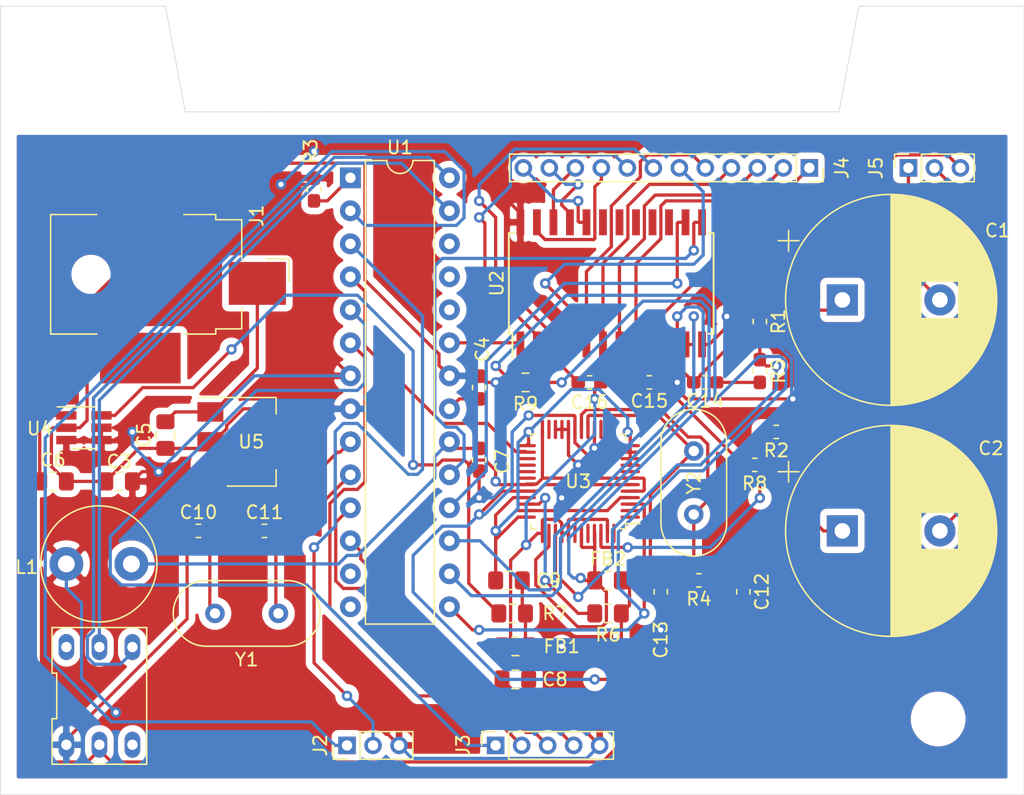
<source format=kicad_pcb>
(kicad_pcb (version 20171130) (host pcbnew "(5.1.0)-1")
  (layers (0 F.Cu signal) (31 B.Cu signal) (34 B.Paste user) (35 F.Paste user) (36 B.SilkS user) (37 F.SilkS user) (38 B.Mask user) (39 F.Mask user) (44 Edge.Cuts user))
  (net 0 "")
  (net 1 "Net-(C1-Pad1)")
  (net 2 /ROUT)
  (net 3 /LOUT)
  (net 4 "Net-(C2-Pad1)")
  (net 5 +5V)
  (net 6 GND)
  (net 7 "Net-(C4-Pad1)")
  (net 8 "Net-(C5-Pad2)")
  (net 9 +3V3)
  (net 10 "Net-(C7-Pad2)")
  (net 11 +1V8)
  (net 12 CLK1)
  (net 13 CLK2)
  (net 14 ACLK1)
  (net 15 ACLK2)
  (net 16 "Net-(C14-Pad1)")
  (net 17 GNDA)
  (net 18 "Net-(C15-Pad1)")
  (net 19 PIN9)
  (net 20 VDDA)
  (net 21 "Net-(J2-Pad1)")
  (net 22 "Net-(J3-Pad1)")
  (net 23 "Net-(J3-Pad2)")
  (net 24 "Net-(J3-Pad3)")
  (net 25 "Net-(J3-Pad4)")
  (net 26 "Net-(J4-Pad1)")
  (net 27 "Net-(J4-Pad2)")
  (net 28 "Net-(J4-Pad3)")
  (net 29 "Net-(J4-Pad4)")
  (net 30 "Net-(J4-Pad5)")
  (net 31 "Net-(J4-Pad6)")
  (net 32 "Net-(J4-Pad7)")
  (net 33 "Net-(J4-Pad8)")
  (net 34 "Net-(J4-Pad9)")
  (net 35 "Net-(J4-Pad10)")
  (net 36 "Net-(J4-Pad11)")
  (net 37 "Net-(J4-Pad12)")
  (net 38 "Net-(R1-Pad2)")
  (net 39 "Net-(R2-Pad2)")
  (net 40 "Net-(R3-Pad2)")
  (net 41 "Net-(R6-Pad2)")
  (net 42 "Net-(R7-Pad2)")
  (net 43 "Net-(U1-Pad16)")
  (net 44 "Net-(U1-Pad17)")
  (net 45 PIN2)
  (net 46 "Net-(U1-Pad18)")
  (net 47 "Net-(U1-Pad19)")
  (net 48 "Net-(U1-Pad23)")
  (net 49 "Net-(U1-Pad24)")
  (net 50 "Net-(U1-Pad25)")
  (net 51 "Net-(U1-Pad26)")
  (net 52 "Net-(U1-Pad13)")
  (net 53 "Net-(U1-Pad27)")
  (net 54 "Net-(U1-Pad14)")
  (net 55 "Net-(U1-Pad28)")
  (net 56 "Net-(U2-Pad15)")
  (net 57 "Net-(U2-Pad16)")
  (net 58 "Net-(U2-Pad17)")
  (net 59 "Net-(U2-Pad18)")
  (net 60 "Net-(U2-Pad19)")
  (net 61 "Net-(U3-Pad1)")
  (net 62 "Net-(U3-Pad2)")
  (net 63 "Net-(U3-Pad8)")
  (net 64 "Net-(U3-Pad13)")
  (net 65 "Net-(U3-Pad15)")
  (net 66 "Net-(U3-Pad23)")
  (net 67 "Net-(U3-Pad27)")
  (net 68 "Net-(U3-Pad28)")
  (net 69 "Net-(U3-Pad29)")
  (net 70 "Net-(U3-Pad30)")
  (net 71 "Net-(U3-Pad42)")
  (net 72 "Net-(U3-Pad44)")
  (net 73 "Net-(U3-Pad48)")
  (net 74 "Net-(U6-Pad4)")
  (net 75 "Net-(U6-Pad3)")
  (net 76 "Net-(J2-Pad2)")
  (module MountingHole:MountingHole_3.2mm_M3 (layer F.Cu) (at 72.136 56.896)
    (fp_text reference REF**)
    (fp_text value MountingHole_3.2mm_M3)
    (pad 1 np_thru_hole circle (at 0 0) (size 3.2 3.2) (drill 3.2) (layers *.Cu *.Mask))
  )
  (module MountingHole:MountingHole_3.2mm_M3 (layer F.Cu) (at 138.176 56.896)
    (fp_text reference REF**)
    (fp_text value MountingHole_3.2mm_M3)
    (pad 1 np_thru_hole circle (at 0 0) (size 3.2 3.2) (drill 3.2) (layers *.Cu *.Mask))
  )
  (module MountingHole:MountingHole_3.2mm_M3 (layer F.Cu) (at 138.176 107.188)
    (fp_text reference REF**)
    (fp_text value MountingHole_3.2mm_M3)
    (pad 1 np_thru_hole circle (at 0 0) (size 3.2 3.2) (drill 3.2) (layers *.Cu *.Mask))
  )
  (module Package_DIP:DIP-28_W7.62mm (layer F.Cu) (at 92.964 65.532)
    (fp_text reference U1 (at 3.81 -2.33) (layer F.SilkS))
    (fp_text value ATmega328P-PU)
    (pad 1 thru_hole rect (at 0 0) (size 1.6 1.6) (drill 0.8) (layers *.Cu *.Mask) (net 40 "Net-(R3-Pad2)"))
    (pad 15 thru_hole oval (at 7.62 33.02) (size 1.6 1.6) (drill 0.8) (layers *.Cu *.Mask) (net 19 PIN9))
    (pad 2 thru_hole oval (at 0 2.54) (size 1.6 1.6) (drill 0.8) (layers *.Cu *.Mask) (net 21 "Net-(J2-Pad1)"))
    (pad 16 thru_hole oval (at 7.62 30.48) (size 1.6 1.6) (drill 0.8) (layers *.Cu *.Mask) (net 43 "Net-(U1-Pad16)"))
    (pad 3 thru_hole oval (at 0 5.08) (size 1.6 1.6) (drill 0.8) (layers *.Cu *.Mask) (net 76 "Net-(J2-Pad2)"))
    (pad 17 thru_hole oval (at 7.62 27.94) (size 1.6 1.6) (drill 0.8) (layers *.Cu *.Mask) (net 44 "Net-(U1-Pad17)"))
    (pad 4 thru_hole oval (at 0 7.62) (size 1.6 1.6) (drill 0.8) (layers *.Cu *.Mask) (net 45 PIN2))
    (pad 18 thru_hole oval (at 7.62 25.4) (size 1.6 1.6) (drill 0.8) (layers *.Cu *.Mask) (net 46 "Net-(U1-Pad18)"))
    (pad 5 thru_hole oval (at 0 10.16) (size 1.6 1.6) (drill 0.8) (layers *.Cu *.Mask) (net 22 "Net-(J3-Pad1)"))
    (pad 19 thru_hole oval (at 7.62 22.86) (size 1.6 1.6) (drill 0.8) (layers *.Cu *.Mask) (net 47 "Net-(U1-Pad19)"))
    (pad 6 thru_hole oval (at 0 12.7) (size 1.6 1.6) (drill 0.8) (layers *.Cu *.Mask) (net 23 "Net-(J3-Pad2)"))
    (pad 20 thru_hole oval (at 7.62 20.32) (size 1.6 1.6) (drill 0.8) (layers *.Cu *.Mask) (net 10 "Net-(C7-Pad2)"))
    (pad 7 thru_hole oval (at 0 15.24) (size 1.6 1.6) (drill 0.8) (layers *.Cu *.Mask) (net 5 +5V))
    (pad 21 thru_hole oval (at 7.62 17.78) (size 1.6 1.6) (drill 0.8) (layers *.Cu *.Mask) (net 7 "Net-(C4-Pad1)"))
    (pad 8 thru_hole oval (at 0 17.78) (size 1.6 1.6) (drill 0.8) (layers *.Cu *.Mask) (net 6 GND))
    (pad 22 thru_hole oval (at 7.62 15.24) (size 1.6 1.6) (drill 0.8) (layers *.Cu *.Mask) (net 6 GND))
    (pad 9 thru_hole oval (at 0 20.32) (size 1.6 1.6) (drill 0.8) (layers *.Cu *.Mask) (net 12 CLK1))
    (pad 23 thru_hole oval (at 7.62 12.7) (size 1.6 1.6) (drill 0.8) (layers *.Cu *.Mask) (net 48 "Net-(U1-Pad23)"))
    (pad 10 thru_hole oval (at 0 22.86) (size 1.6 1.6) (drill 0.8) (layers *.Cu *.Mask) (net 13 CLK2))
    (pad 24 thru_hole oval (at 7.62 10.16) (size 1.6 1.6) (drill 0.8) (layers *.Cu *.Mask) (net 49 "Net-(U1-Pad24)"))
    (pad 11 thru_hole oval (at 0 25.4) (size 1.6 1.6) (drill 0.8) (layers *.Cu *.Mask) (net 24 "Net-(J3-Pad3)"))
    (pad 25 thru_hole oval (at 7.62 7.62) (size 1.6 1.6) (drill 0.8) (layers *.Cu *.Mask) (net 50 "Net-(U1-Pad25)"))
    (pad 12 thru_hole oval (at 0 27.94) (size 1.6 1.6) (drill 0.8) (layers *.Cu *.Mask) (net 25 "Net-(J3-Pad4)"))
    (pad 26 thru_hole oval (at 7.62 5.08) (size 1.6 1.6) (drill 0.8) (layers *.Cu *.Mask) (net 51 "Net-(U1-Pad26)"))
    (pad 13 thru_hole oval (at 0 30.48) (size 1.6 1.6) (drill 0.8) (layers *.Cu *.Mask) (net 52 "Net-(U1-Pad13)"))
    (pad 27 thru_hole oval (at 7.62 2.54) (size 1.6 1.6) (drill 0.8) (layers *.Cu *.Mask) (net 53 "Net-(U1-Pad27)"))
    (pad 14 thru_hole oval (at 0 33.02) (size 1.6 1.6) (drill 0.8) (layers *.Cu *.Mask) (net 54 "Net-(U1-Pad14)"))
    (pad 28 thru_hole oval (at 7.62 0) (size 1.6 1.6) (drill 0.8) (layers *.Cu *.Mask) (net 55 "Net-(U1-Pad28)"))
  )
  (module "arduino ocarina pcb:pressure_sensor" (layer F.Cu) (at 73.66 105.41)
    (fp_text reference U6)
    (fp_text value ABPDANN005PG2A3)
    (pad 4 thru_hole oval (at -2.54 -3.76) (size 1.2 2) (drill 0.8) (layers *.Cu *.Mask) (net 74 "Net-(U6-Pad4)"))
    (pad 1 thru_hole oval (at -2.54 3.76) (size 1.2 2) (drill 0.8) (layers *.Cu *.Mask) (net 6 GND))
    (pad 5 thru_hole oval (at 0 -3.76) (size 1.2 2) (drill 0.8) (layers *.Cu *.Mask) (net 53 "Net-(U1-Pad27)"))
    (pad 2 thru_hole oval (at 0 3.76) (size 1.2 2) (drill 0.8) (layers *.Cu *.Mask) (net 9 +3V3))
    (pad 6 thru_hole oval (at 2.54 -3.76) (size 1.2 2) (drill 0.8) (layers *.Cu *.Mask) (net 55 "Net-(U1-Pad28)"))
    (pad 3 thru_hole oval (at 2.54 3.76) (size 1.2 2) (drill 0.8) (layers *.Cu *.Mask) (net 75 "Net-(U6-Pad3)"))
  )
  (module Connector_BarrelJack:BarrelJack_CUI_PJ-036AH-SMT_Horizontal (layer F.Cu) (at 80.01 72.96 270)
    (fp_text reference J1 (at -4.5 -5.75 270) (layer F.SilkS))
    (fp_text value Barrel_Jack)
    (pad 1 smd rect (at 0.7 -5.8 270) (size 3.3 4.4) (layers F.Cu F.Paste F.Mask) (net 8 "Net-(C5-Pad2)"))
    (pad 2 smd rect (at -6.45 3.2 270) (size 3.9 6.2) (layers F.Cu F.Paste F.Mask) (net 6 GND))
    (pad 3 smd rect (at 6.45 3.2 270) (size 3.9 6.2) (layers F.Cu F.Paste F.Mask))
    (pad "" np_thru_hole circle (at 0 7 270) (size 2 2) (drill 2) (layers *.Cu *.Mask))
  )
  (module Capacitor_SMD:C_0603_1608Metric_Pad1.05x0.95mm_HandSolder (layer F.Cu) (at 86.36 92.71)
    (fp_text reference C11 (at 0 -1.43) (layer F.SilkS))
    (fp_text value 22pF)
    (pad 1 smd roundrect (at -0.875 0) (size 1.05 0.95) (layers F.Cu F.Paste F.Mask) (net 6 GND))
    (pad 2 smd roundrect (at 0.875 0) (size 1.05 0.95) (layers F.Cu F.Paste F.Mask) (net 13 CLK2))
  )
  (module Connector_PinHeader_2.00mm:PinHeader_1x03_P2.00mm_Vertical (layer F.Cu) (at 92.71 109.22 90)
    (fp_text reference J2 (at 0 -2.06 90) (layer F.SilkS))
    (fp_text value Conn_01x03)
    (pad 3 thru_hole oval (at 0 4 90) (size 1.35 1.35) (drill 0.8) (layers *.Cu *.Mask) (net 5 +5V))
    (pad 2 thru_hole oval (at 0 2 90) (size 1.35 1.35) (drill 0.8) (layers *.Cu *.Mask) (net 76 "Net-(J2-Pad2)"))
    (pad 1 thru_hole rect (at 0 0 90) (size 1.35 1.35) (drill 0.8) (layers *.Cu *.Mask) (net 21 "Net-(J2-Pad1)"))
  )
  (module Capacitor_THT:CP_Radial_D16.0mm_P7.50mm (layer F.Cu) (at 130.81 74.93)
    (fp_text reference C1 (at 11.938 -5.334) (layer F.SilkS))
    (fp_text value 220uF)
    (pad 1 thru_hole rect (at 0 0) (size 2.4 2.4) (drill 1.2) (layers *.Cu *.Mask) (net 1 "Net-(C1-Pad1)"))
    (pad 2 thru_hole circle (at 7.5 0) (size 2.4 2.4) (drill 1.2) (layers *.Cu *.Mask) (net 2 /ROUT))
  )
  (module Capacitor_THT:CP_Radial_D16.0mm_P7.50mm (layer F.Cu) (at 130.81 92.71)
    (fp_text reference C2 (at 11.43 -6.35) (layer F.SilkS))
    (fp_text value 220uF)
    (pad 2 thru_hole circle (at 7.5 0) (size 2.4 2.4) (drill 1.2) (layers *.Cu *.Mask) (net 3 /LOUT))
    (pad 1 thru_hole rect (at 0 0) (size 2.4 2.4) (drill 1.2) (layers *.Cu *.Mask) (net 4 "Net-(C2-Pad1)"))
  )
  (module Capacitor_SMD:C_0805_2012Metric_Pad1.15x1.40mm_HandSolder (layer F.Cu) (at 75.175 88.9 180)
    (fp_text reference C3 (at -0.009 1.524) (layer F.SilkS))
    (fp_text value 10uF)
    (pad 1 smd roundrect (at -1.025 0 180) (size 1.15 1.4) (layers F.Cu F.Paste F.Mask) (roundrect_rratio 0.217391) (net 5 +5V))
    (pad 2 smd roundrect (at 1.025 0 180) (size 1.15 1.4) (layers F.Cu F.Paste F.Mask) (roundrect_rratio 0.217391) (net 6 GND))
  )
  (module Capacitor_SMD:C_0603_1608Metric_Pad1.05x0.95mm_HandSolder (layer F.Cu) (at 102.87 81.675 90)
    (fp_text reference C4 (at 2.935 0.254 90) (layer F.SilkS))
    (fp_text value 0.1uF)
    (pad 1 smd roundrect (at -0.875 0 90) (size 1.05 0.95) (layers F.Cu F.Paste F.Mask) (net 7 "Net-(C4-Pad1)"))
    (pad 2 smd roundrect (at 0.875 0 90) (size 1.05 0.95) (layers F.Cu F.Paste F.Mask) (net 6 GND))
  )
  (module Capacitor_SMD:C_0805_2012Metric_Pad1.15x1.40mm_HandSolder (layer F.Cu) (at 78.74 85.335 90)
    (fp_text reference C5 (at 0 -1.65 90) (layer F.SilkS))
    (fp_text value 10uF)
    (pad 2 smd roundrect (at 1.025 0 90) (size 1.15 1.4) (layers F.Cu F.Paste F.Mask) (roundrect_rratio 0.217391) (net 8 "Net-(C5-Pad2)"))
    (pad 1 smd roundrect (at -1.025 0 90) (size 1.15 1.4) (layers F.Cu F.Paste F.Mask) (roundrect_rratio 0.217391) (net 6 GND))
  )
  (module Capacitor_SMD:C_0805_2012Metric_Pad1.15x1.40mm_HandSolder (layer F.Cu) (at 70.095 88.9)
    (fp_text reference C6 (at 0 -1.65) (layer F.SilkS))
    (fp_text value 10uF)
    (pad 1 smd roundrect (at -1.025 0) (size 1.15 1.4) (layers F.Cu F.Paste F.Mask) (roundrect_rratio 0.217391) (net 9 +3V3))
    (pad 2 smd roundrect (at 1.025 0) (size 1.15 1.4) (layers F.Cu F.Paste F.Mask) (roundrect_rratio 0.217391) (net 6 GND))
  )
  (module Capacitor_SMD:C_0603_1608Metric_Pad1.05x0.95mm_HandSolder (layer F.Cu) (at 102.87 87.235 90)
    (fp_text reference C7 (at -0.141 1.778 90) (layer F.SilkS))
    (fp_text value 0.1uF)
    (pad 1 smd roundrect (at -0.875 0 90) (size 1.05 0.95) (layers F.Cu F.Paste F.Mask) (net 6 GND))
    (pad 2 smd roundrect (at 0.875 0 90) (size 1.05 0.95) (layers F.Cu F.Paste F.Mask) (net 10 "Net-(C7-Pad2)"))
  )
  (module Capacitor_SMD:C_0805_2012Metric_Pad1.15x1.40mm_HandSolder (layer F.Cu) (at 105.655 104.14)
    (fp_text reference C8 (at 3.057 0) (layer F.SilkS))
    (fp_text value 10uF)
    (pad 1 smd roundrect (at -1.025 0) (size 1.15 1.4) (layers F.Cu F.Paste F.Mask) (roundrect_rratio 0.217391) (net 5 +5V))
    (pad 2 smd roundrect (at 1.025 0) (size 1.15 1.4) (layers F.Cu F.Paste F.Mask) (roundrect_rratio 0.217391) (net 6 GND))
  )
  (module Capacitor_SMD:C_0805_2012Metric_Pad1.15x1.40mm_HandSolder (layer F.Cu) (at 105.41 99.06)
    (fp_text reference C9 (at 2.794 -2.54) (layer F.SilkS))
    (fp_text value 10uF)
    (pad 2 smd roundrect (at 1.025 0) (size 1.15 1.4) (layers F.Cu F.Paste F.Mask) (roundrect_rratio 0.217391) (net 6 GND))
    (pad 1 smd roundrect (at -1.025 0) (size 1.15 1.4) (layers F.Cu F.Paste F.Mask) (roundrect_rratio 0.217391) (net 11 +1V8))
  )
  (module Capacitor_SMD:C_0603_1608Metric_Pad1.05x0.95mm_HandSolder (layer F.Cu) (at 81.28 92.71)
    (fp_text reference C10 (at 0 -1.43) (layer F.SilkS))
    (fp_text value 22pF)
    (pad 2 smd roundrect (at 0.875 0) (size 1.05 0.95) (layers F.Cu F.Paste F.Mask) (net 12 CLK1))
    (pad 1 smd roundrect (at -0.875 0) (size 1.05 0.95) (layers F.Cu F.Paste F.Mask) (net 6 GND))
  )
  (module Capacitor_SMD:C_0603_1608Metric_Pad1.05x0.95mm_HandSolder (layer F.Cu) (at 123.19 97.395 270)
    (fp_text reference C12 (at 0 -1.43 90) (layer F.SilkS))
    (fp_text value 10pF)
    (pad 2 smd roundrect (at 0.875 0 270) (size 1.05 0.95) (layers F.Cu F.Paste F.Mask) (net 6 GND))
    (pad 1 smd roundrect (at -0.875 0 270) (size 1.05 0.95) (layers F.Cu F.Paste F.Mask) (net 14 ACLK1))
  )
  (module Capacitor_SMD:C_0603_1608Metric_Pad1.05x0.95mm_HandSolder (layer F.Cu) (at 116.84 97.395 270)
    (fp_text reference C13 (at 3.697 0 90) (layer F.SilkS))
    (fp_text value 10pF)
    (pad 1 smd roundrect (at -0.875 0 270) (size 1.05 0.95) (layers F.Cu F.Paste F.Mask) (net 15 ACLK2))
    (pad 2 smd roundrect (at 0.875 0 270) (size 1.05 0.95) (layers F.Cu F.Paste F.Mask) (net 6 GND))
  )
  (module Capacitor_SMD:C_0603_1608Metric_Pad1.05x0.95mm_HandSolder (layer F.Cu) (at 120.255 81.28 180)
    (fp_text reference C14 (at 0 -1.43) (layer F.SilkS))
    (fp_text value 0.01uF)
    (pad 1 smd roundrect (at -0.875 0 180) (size 1.05 0.95) (layers F.Cu F.Paste F.Mask) (net 16 "Net-(C14-Pad1)"))
    (pad 2 smd roundrect (at 0.875 0 180) (size 1.05 0.95) (layers F.Cu F.Paste F.Mask) (net 17 GNDA))
  )
  (module Capacitor_SMD:C_0603_1608Metric_Pad1.05x0.95mm_HandSolder (layer F.Cu) (at 115.965 81.28 180)
    (fp_text reference C15 (at 0 -1.43) (layer F.SilkS))
    (fp_text value 0.01uF)
    (pad 2 smd roundrect (at 0.875 0 180) (size 1.05 0.95) (layers F.Cu F.Paste F.Mask) (net 17 GNDA))
    (pad 1 smd roundrect (at -0.875 0 180) (size 1.05 0.95) (layers F.Cu F.Paste F.Mask) (net 18 "Net-(C15-Pad1)"))
  )
  (module Capacitor_SMD:C_0603_1608Metric_Pad1.05x0.95mm_HandSolder (layer F.Cu) (at 111.365 81.28)
    (fp_text reference C16 (at 0 1.524) (layer F.SilkS))
    (fp_text value 0.1uF)
    (pad 2 smd roundrect (at 0.875 0) (size 1.05 0.95) (layers F.Cu F.Paste F.Mask) (net 17 GNDA))
    (pad 1 smd roundrect (at -0.875 0) (size 1.05 0.95) (layers F.Cu F.Paste F.Mask) (net 19 PIN9))
  )
  (module Inductor_SMD:L_0805_2012Metric_Pad1.15x1.40mm_HandSolder (layer F.Cu) (at 105.655 101.6)
    (fp_text reference FB1 (at 3.565 0) (layer F.SilkS))
    (fp_text value Ferrite_Bead_Small)
    (pad 1 smd roundrect (at -1.025 0) (size 1.15 1.4) (layers F.Cu F.Paste F.Mask) (roundrect_rratio 0.217391) (net 17 GNDA))
    (pad 2 smd roundrect (at 1.025 0) (size 1.15 1.4) (layers F.Cu F.Paste F.Mask) (roundrect_rratio 0.217391) (net 6 GND))
  )
  (module Inductor_SMD:L_0805_2012Metric_Pad1.15x1.40mm_HandSolder (layer F.Cu) (at 112.785 96.52)
    (fp_text reference FB2 (at 0 -1.65) (layer F.SilkS))
    (fp_text value Ferrite_Bead_Small)
    (pad 2 smd roundrect (at 1.025 0) (size 1.15 1.4) (layers F.Cu F.Paste F.Mask) (roundrect_rratio 0.217391) (net 9 +3V3))
    (pad 1 smd roundrect (at -1.025 0) (size 1.15 1.4) (layers F.Cu F.Paste F.Mask) (roundrect_rratio 0.217391) (net 20 VDDA))
  )
  (module Connector_PinSocket_2.00mm:PinSocket_1x05_P2.00mm_Vertical (layer F.Cu) (at 104.14 109.22 90)
    (fp_text reference J3 (at 0 -2.5 90) (layer F.SilkS))
    (fp_text value Conn_01x05)
    (pad 1 thru_hole rect (at 0 0 90) (size 1.35 1.35) (drill 0.8) (layers *.Cu *.Mask) (net 22 "Net-(J3-Pad1)"))
    (pad 2 thru_hole oval (at 0 2 90) (size 1.35 1.35) (drill 0.8) (layers *.Cu *.Mask) (net 23 "Net-(J3-Pad2)"))
    (pad 3 thru_hole oval (at 0 4 90) (size 1.35 1.35) (drill 0.8) (layers *.Cu *.Mask) (net 24 "Net-(J3-Pad3)"))
    (pad 4 thru_hole oval (at 0 6 90) (size 1.35 1.35) (drill 0.8) (layers *.Cu *.Mask) (net 25 "Net-(J3-Pad4)"))
    (pad 5 thru_hole oval (at 0 8 90) (size 1.35 1.35) (drill 0.8) (layers *.Cu *.Mask) (net 5 +5V))
  )
  (module Connector_PinSocket_2.00mm:PinSocket_1x12_P2.00mm_Vertical (layer F.Cu) (at 128.27 64.77 270)
    (fp_text reference J4 (at 0 -2.5 90) (layer F.SilkS))
    (fp_text value Conn_01x12)
    (pad 1 thru_hole rect (at 0 0 270) (size 1.35 1.35) (drill 0.8) (layers *.Cu *.Mask) (net 26 "Net-(J4-Pad1)"))
    (pad 2 thru_hole oval (at 0 2 270) (size 1.35 1.35) (drill 0.8) (layers *.Cu *.Mask) (net 27 "Net-(J4-Pad2)"))
    (pad 3 thru_hole oval (at 0 4 270) (size 1.35 1.35) (drill 0.8) (layers *.Cu *.Mask) (net 28 "Net-(J4-Pad3)"))
    (pad 4 thru_hole oval (at 0 6 270) (size 1.35 1.35) (drill 0.8) (layers *.Cu *.Mask) (net 29 "Net-(J4-Pad4)"))
    (pad 5 thru_hole oval (at 0 8 270) (size 1.35 1.35) (drill 0.8) (layers *.Cu *.Mask) (net 30 "Net-(J4-Pad5)"))
    (pad 6 thru_hole oval (at 0 10 270) (size 1.35 1.35) (drill 0.8) (layers *.Cu *.Mask) (net 31 "Net-(J4-Pad6)"))
    (pad 7 thru_hole oval (at 0 12 270) (size 1.35 1.35) (drill 0.8) (layers *.Cu *.Mask) (net 32 "Net-(J4-Pad7)"))
    (pad 8 thru_hole oval (at 0 14 270) (size 1.35 1.35) (drill 0.8) (layers *.Cu *.Mask) (net 33 "Net-(J4-Pad8)"))
    (pad 9 thru_hole oval (at 0 16 270) (size 1.35 1.35) (drill 0.8) (layers *.Cu *.Mask) (net 34 "Net-(J4-Pad9)"))
    (pad 10 thru_hole oval (at 0 18 270) (size 1.35 1.35) (drill 0.8) (layers *.Cu *.Mask) (net 35 "Net-(J4-Pad10)"))
    (pad 11 thru_hole oval (at 0 20 270) (size 1.35 1.35) (drill 0.8) (layers *.Cu *.Mask) (net 36 "Net-(J4-Pad11)"))
    (pad 12 thru_hole oval (at 0 22 270) (size 1.35 1.35) (drill 0.8) (layers *.Cu *.Mask) (net 37 "Net-(J4-Pad12)"))
  )
  (module Connector_PinSocket_2.00mm:PinSocket_1x03_P2.00mm_Vertical (layer F.Cu) (at 135.89 64.77 90)
    (fp_text reference J5 (at 0 -2.5 90) (layer F.SilkS))
    (fp_text value Conn_01x03)
    (pad 1 thru_hole rect (at 0 0 90) (size 1.35 1.35) (drill 0.8) (layers *.Cu *.Mask) (net 2 /ROUT))
    (pad 2 thru_hole oval (at 0 2 90) (size 1.35 1.35) (drill 0.8) (layers *.Cu *.Mask) (net 3 /LOUT))
    (pad 3 thru_hole oval (at 0 4 90) (size 1.35 1.35) (drill 0.8) (layers *.Cu *.Mask) (net 17 GNDA))
  )
  (module Inductor_THT:L_Radial_D8.7mm_P5.00mm_Fastron_07HCP (layer F.Cu) (at 71.12 95.25)
    (fp_text reference L1 (at -3.048 0.254) (layer F.SilkS))
    (fp_text value 10uH)
    (pad 1 thru_hole circle (at 0 0) (size 2.6 2.6) (drill 1.3) (layers *.Cu *.Mask) (net 5 +5V))
    (pad 2 thru_hole circle (at 5 0) (size 2.6 2.6) (drill 1.3) (layers *.Cu *.Mask) (net 10 "Net-(C7-Pad2)"))
  )
  (module Resistor_SMD:R_0603_1608Metric_Pad1.05x0.95mm_HandSolder (layer F.Cu) (at 124.46 76.595 270)
    (fp_text reference R1 (at 0 -1.43 90) (layer F.SilkS))
    (fp_text value 100)
    (pad 2 smd roundrect (at 0.875 0 270) (size 1.05 0.95) (layers F.Cu F.Paste F.Mask) (net 38 "Net-(R1-Pad2)"))
    (pad 1 smd roundrect (at -0.875 0 270) (size 1.05 0.95) (layers F.Cu F.Paste F.Mask) (net 1 "Net-(C1-Pad1)"))
  )
  (module Resistor_SMD:R_0603_1608Metric_Pad1.05x0.95mm_HandSolder (layer F.Cu) (at 125.73 85.09 180)
    (fp_text reference R2 (at 0 -1.43) (layer F.SilkS))
    (fp_text value 100)
    (pad 1 smd roundrect (at -0.875 0 180) (size 1.05 0.95) (layers F.Cu F.Paste F.Mask) (net 4 "Net-(C2-Pad1)"))
    (pad 2 smd roundrect (at 0.875 0 180) (size 1.05 0.95) (layers F.Cu F.Paste F.Mask) (net 39 "Net-(R2-Pad2)"))
  )
  (module Resistor_SMD:R_0603_1608Metric_Pad1.05x0.95mm_HandSolder (layer F.Cu) (at 90.17 66.435 270)
    (fp_text reference R3 (at -2.935 0.254 90) (layer F.SilkS))
    (fp_text value 10k)
    (pad 1 smd roundrect (at -0.875 0 270) (size 1.05 0.95) (layers F.Cu F.Paste F.Mask) (net 5 +5V))
    (pad 2 smd roundrect (at 0.875 0 270) (size 1.05 0.95) (layers F.Cu F.Paste F.Mask) (net 40 "Net-(R3-Pad2)"))
  )
  (module Resistor_SMD:R_0603_1608Metric_Pad1.05x0.95mm_HandSolder (layer F.Cu) (at 119.775 96.52 180)
    (fp_text reference R4 (at 0 -1.43) (layer F.SilkS))
    (fp_text value 1M)
    (pad 2 smd roundrect (at 0.875 0 180) (size 1.05 0.95) (layers F.Cu F.Paste F.Mask) (net 15 ACLK2))
    (pad 1 smd roundrect (at -0.875 0 180) (size 1.05 0.95) (layers F.Cu F.Paste F.Mask) (net 14 ACLK1))
  )
  (module Resistor_SMD:R_0603_1608Metric_Pad1.05x0.95mm_HandSolder (layer F.Cu) (at 124.46 80.405 270)
    (fp_text reference R5 (at 0 -1.43 90) (layer F.SilkS))
    (fp_text value 20)
    (pad 2 smd roundrect (at 0.875 0 270) (size 1.05 0.95) (layers F.Cu F.Paste F.Mask) (net 16 "Net-(C14-Pad1)"))
    (pad 1 smd roundrect (at -0.875 0 270) (size 1.05 0.95) (layers F.Cu F.Paste F.Mask) (net 38 "Net-(R1-Pad2)"))
  )
  (module Resistor_SMD:R_0805_2012Metric_Pad1.15x1.40mm_HandSolder (layer F.Cu) (at 112.785 99.06 180)
    (fp_text reference R6 (at 0 -1.65) (layer F.SilkS))
    (fp_text value 100K)
    (pad 2 smd roundrect (at 1.025 0 180) (size 1.15 1.4) (layers F.Cu F.Paste F.Mask) (roundrect_rratio 0.217391) (net 41 "Net-(R6-Pad2)"))
    (pad 1 smd roundrect (at -1.025 0 180) (size 1.15 1.4) (layers F.Cu F.Paste F.Mask) (roundrect_rratio 0.217391) (net 9 +3V3))
  )
  (module Resistor_SMD:R_0805_2012Metric_Pad1.15x1.40mm_HandSolder (layer F.Cu) (at 105.165 96.52 180)
    (fp_text reference R7 (at -3.547 -2.54) (layer F.SilkS))
    (fp_text value 100K)
    (pad 1 smd roundrect (at -1.025 0 180) (size 1.15 1.4) (layers F.Cu F.Paste F.Mask) (roundrect_rratio 0.217391) (net 6 GND))
    (pad 2 smd roundrect (at 1.025 0 180) (size 1.15 1.4) (layers F.Cu F.Paste F.Mask) (roundrect_rratio 0.217391) (net 42 "Net-(R7-Pad2)"))
  )
  (module Resistor_SMD:R_0603_1608Metric_Pad1.05x0.95mm_HandSolder (layer F.Cu) (at 124.065 87.63 180)
    (fp_text reference R8 (at 0 -1.43) (layer F.SilkS))
    (fp_text value 20)
    (pad 1 smd roundrect (at -0.875 0 180) (size 1.05 0.95) (layers F.Cu F.Paste F.Mask) (net 39 "Net-(R2-Pad2)"))
    (pad 2 smd roundrect (at 0.875 0 180) (size 1.05 0.95) (layers F.Cu F.Paste F.Mask) (net 18 "Net-(C15-Pad1)"))
  )
  (module Resistor_SMD:R_0805_2012Metric_Pad1.15x1.40mm_HandSolder (layer F.Cu) (at 106.435 81.28 180)
    (fp_text reference R9 (at 0 -1.65) (layer F.SilkS))
    (fp_text value 100K)
    (pad 1 smd roundrect (at -1.025 0 180) (size 1.15 1.4) (layers F.Cu F.Paste F.Mask) (roundrect_rratio 0.217391) (net 20 VDDA))
    (pad 2 smd roundrect (at 1.025 0 180) (size 1.15 1.4) (layers F.Cu F.Paste F.Mask) (roundrect_rratio 0.217391) (net 19 PIN9))
  )
  (module Package_SO:SOIC-24W_7.5x15.4mm_P1.27mm (layer F.Cu) (at 113.03 73.66 90)
    (fp_text reference U2 (at 0 -8.8 90) (layer F.SilkS))
    (fp_text value CD74HC4067M)
    (pad 1 smd rect (at -4.7 -6.985 90) (size 2 0.6) (layers F.Cu F.Paste F.Mask) (net 48 "Net-(U1-Pad23)"))
    (pad 2 smd rect (at -4.7 -5.715 90) (size 2 0.6) (layers F.Cu F.Paste F.Mask) (net 33 "Net-(J4-Pad8)"))
    (pad 3 smd rect (at -4.7 -4.445 90) (size 2 0.6) (layers F.Cu F.Paste F.Mask) (net 32 "Net-(J4-Pad7)"))
    (pad 4 smd rect (at -4.7 -3.175 90) (size 2 0.6) (layers F.Cu F.Paste F.Mask) (net 31 "Net-(J4-Pad6)"))
    (pad 5 smd rect (at -4.7 -1.905 90) (size 2 0.6) (layers F.Cu F.Paste F.Mask) (net 30 "Net-(J4-Pad5)"))
    (pad 6 smd rect (at -4.7 -0.635 90) (size 2 0.6) (layers F.Cu F.Paste F.Mask) (net 29 "Net-(J4-Pad4)"))
    (pad 7 smd rect (at -4.7 0.635 90) (size 2 0.6) (layers F.Cu F.Paste F.Mask) (net 28 "Net-(J4-Pad3)"))
    (pad 8 smd rect (at -4.7 1.905 90) (size 2 0.6) (layers F.Cu F.Paste F.Mask) (net 27 "Net-(J4-Pad2)"))
    (pad 9 smd rect (at -4.7 3.175 90) (size 2 0.6) (layers F.Cu F.Paste F.Mask) (net 26 "Net-(J4-Pad1)"))
    (pad 10 smd rect (at -4.7 4.445 90) (size 2 0.6) (layers F.Cu F.Paste F.Mask) (net 43 "Net-(U1-Pad16)"))
    (pad 11 smd rect (at -4.7 5.715 90) (size 2 0.6) (layers F.Cu F.Paste F.Mask) (net 44 "Net-(U1-Pad17)"))
    (pad 12 smd rect (at -4.7 6.985 90) (size 2 0.6) (layers F.Cu F.Paste F.Mask) (net 6 GND))
    (pad 13 smd rect (at 4.7 6.985 90) (size 2 0.6) (layers F.Cu F.Paste F.Mask) (net 47 "Net-(U1-Pad19)"))
    (pad 14 smd rect (at 4.7 5.715 90) (size 2 0.6) (layers F.Cu F.Paste F.Mask) (net 46 "Net-(U1-Pad18)"))
    (pad 15 smd rect (at 4.7 4.445 90) (size 2 0.6) (layers F.Cu F.Paste F.Mask) (net 56 "Net-(U2-Pad15)"))
    (pad 16 smd rect (at 4.7 3.175 90) (size 2 0.6) (layers F.Cu F.Paste F.Mask) (net 57 "Net-(U2-Pad16)"))
    (pad 17 smd rect (at 4.7 1.905 90) (size 2 0.6) (layers F.Cu F.Paste F.Mask) (net 58 "Net-(U2-Pad17)"))
    (pad 18 smd rect (at 4.7 0.635 90) (size 2 0.6) (layers F.Cu F.Paste F.Mask) (net 59 "Net-(U2-Pad18)"))
    (pad 19 smd rect (at 4.7 -0.635 90) (size 2 0.6) (layers F.Cu F.Paste F.Mask) (net 60 "Net-(U2-Pad19)"))
    (pad 20 smd rect (at 4.7 -1.905 90) (size 2 0.6) (layers F.Cu F.Paste F.Mask) (net 37 "Net-(J4-Pad12)"))
    (pad 21 smd rect (at 4.7 -3.175 90) (size 2 0.6) (layers F.Cu F.Paste F.Mask) (net 36 "Net-(J4-Pad11)"))
    (pad 22 smd rect (at 4.7 -4.445 90) (size 2 0.6) (layers F.Cu F.Paste F.Mask) (net 35 "Net-(J4-Pad10)"))
    (pad 23 smd rect (at 4.7 -5.715 90) (size 2 0.6) (layers F.Cu F.Paste F.Mask) (net 34 "Net-(J4-Pad9)"))
    (pad 24 smd rect (at 4.7 -6.985 90) (size 2 0.6) (layers F.Cu F.Paste F.Mask) (net 5 +5V))
  )
  (module "arduino ocarina pcb:VS1053B" (layer F.Cu) (at 110.49 88.9 180)
    (fp_text reference U3 (at 0 0) (layer F.SilkS))
    (fp_text value VS1053B)
    (pad 1 smd oval (at -4 -2.75 270) (size 0.25 1.5) (layers F.Cu F.Paste F.Mask) (net 61 "Net-(U3-Pad1)"))
    (pad 2 smd oval (at -4 -2.25 270) (size 0.25 1.5) (layers F.Cu F.Paste F.Mask) (net 62 "Net-(U3-Pad2)"))
    (pad 3 smd oval (at -4 -1.75 270) (size 0.25 1.5) (layers F.Cu F.Paste F.Mask) (net 19 PIN9))
    (pad 4 smd oval (at -4 -1.25 270) (size 0.25 1.5) (layers F.Cu F.Paste F.Mask) (net 6 GND))
    (pad 5 smd oval (at -4 -0.75 270) (size 0.25 1.5) (layers F.Cu F.Paste F.Mask) (net 11 +1V8))
    (pad 6 smd oval (at -4 -0.25 270) (size 0.25 1.5) (layers F.Cu F.Paste F.Mask) (net 9 +3V3))
    (pad 7 smd oval (at -4 0.25 270) (size 0.25 1.5) (layers F.Cu F.Paste F.Mask) (net 11 +1V8))
    (pad 8 smd oval (at -4 0.75 270) (size 0.25 1.5) (layers F.Cu F.Paste F.Mask) (net 63 "Net-(U3-Pad8)"))
    (pad 9 smd oval (at -4 1.25 270) (size 0.25 1.5) (layers F.Cu F.Paste F.Mask) (net 42 "Net-(R7-Pad2)"))
    (pad 10 smd oval (at -4 1.75 270) (size 0.25 1.5) (layers F.Cu F.Paste F.Mask) (net 42 "Net-(R7-Pad2)"))
    (pad 11 smd oval (at -4 2.25 270) (size 0.25 1.5) (layers F.Cu F.Paste F.Mask) (net 42 "Net-(R7-Pad2)"))
    (pad 12 smd oval (at -4 2.75 270) (size 0.25 1.5) (layers F.Cu F.Paste F.Mask) (net 42 "Net-(R7-Pad2)"))
    (pad 13 smd oval (at -2.75 4 180) (size 0.25 1.5) (layers F.Cu F.Paste F.Mask) (net 64 "Net-(U3-Pad13)"))
    (pad 14 smd oval (at -2.25 4 180) (size 0.25 1.5) (layers F.Cu F.Paste F.Mask) (net 9 +3V3))
    (pad 15 smd oval (at -1.75 4 180) (size 0.25 1.5) (layers F.Cu F.Paste F.Mask) (net 65 "Net-(U3-Pad15)"))
    (pad 16 smd oval (at -1.25 4 180) (size 0.25 1.5) (layers F.Cu F.Paste F.Mask) (net 6 GND))
    (pad 17 smd oval (at -0.75 4 180) (size 0.25 1.5) (layers F.Cu F.Paste F.Mask) (net 14 ACLK1))
    (pad 18 smd oval (at -0.25 4 180) (size 0.25 1.5) (layers F.Cu F.Paste F.Mask) (net 15 ACLK2))
    (pad 19 smd oval (at 0.25 4 180) (size 0.25 1.5) (layers F.Cu F.Paste F.Mask) (net 9 +3V3))
    (pad 20 smd oval (at 0.75 4 180) (size 0.25 1.5) (layers F.Cu F.Paste F.Mask) (net 6 GND))
    (pad 21 smd oval (at 1.25 4 180) (size 0.25 1.5) (layers F.Cu F.Paste F.Mask) (net 6 GND))
    (pad 22 smd oval (at 1.75 4 180) (size 0.25 1.5) (layers F.Cu F.Paste F.Mask) (net 6 GND))
    (pad 23 smd oval (at 2.25 4 180) (size 0.25 1.5) (layers F.Cu F.Paste F.Mask) (net 66 "Net-(U3-Pad23)"))
    (pad 24 smd oval (at 2.75 4 180) (size 0.25 1.5) (layers F.Cu F.Paste F.Mask) (net 11 +1V8))
    (pad 25 smd oval (at 4 2.75 270) (size 0.25 1.5) (layers F.Cu F.Paste F.Mask) (net 42 "Net-(R7-Pad2)"))
    (pad 26 smd oval (at 4 2.25 270) (size 0.25 1.5) (layers F.Cu F.Paste F.Mask) (net 45 PIN2))
    (pad 27 smd oval (at 4 1.75 270) (size 0.25 1.5) (layers F.Cu F.Paste F.Mask) (net 67 "Net-(U3-Pad27)"))
    (pad 28 smd oval (at 4 1.25 270) (size 0.25 1.5) (layers F.Cu F.Paste F.Mask) (net 68 "Net-(U3-Pad28)"))
    (pad 29 smd oval (at 4 0.75 270) (size 0.25 1.5) (layers F.Cu F.Paste F.Mask) (net 69 "Net-(U3-Pad29)"))
    (pad 30 smd oval (at 4 0.25 270) (size 0.25 1.5) (layers F.Cu F.Paste F.Mask) (net 70 "Net-(U3-Pad30)"))
    (pad 31 smd oval (at 4 -0.25 270) (size 0.25 1.5) (layers F.Cu F.Paste F.Mask) (net 11 +1V8))
    (pad 32 smd oval (at 4 -0.75 270) (size 0.25 1.5) (layers F.Cu F.Paste F.Mask) (net 9 +3V3))
    (pad 33 smd oval (at 4 -1.25 270) (size 0.25 1.5) (layers F.Cu F.Paste F.Mask) (net 42 "Net-(R7-Pad2)"))
    (pad 34 smd oval (at 4 -1.75 270) (size 0.25 1.5) (layers F.Cu F.Paste F.Mask) (net 41 "Net-(R6-Pad2)"))
    (pad 35 smd oval (at 4 -2.25 270) (size 0.25 1.5) (layers F.Cu F.Paste F.Mask) (net 6 GND))
    (pad 36 smd oval (at 4 -2.75 270) (size 0.25 1.5) (layers F.Cu F.Paste F.Mask) (net 42 "Net-(R7-Pad2)"))
    (pad 37 smd oval (at 2.75 -4 180) (size 0.25 1.5) (layers F.Cu F.Paste F.Mask) (net 17 GNDA))
    (pad 38 smd oval (at 2.25 -4 180) (size 0.25 1.5) (layers F.Cu F.Paste F.Mask) (net 20 VDDA))
    (pad 39 smd oval (at 1.75 -4 180) (size 0.25 1.5) (layers F.Cu F.Paste F.Mask) (net 38 "Net-(R1-Pad2)"))
    (pad 40 smd oval (at 1.25 -4 180) (size 0.25 1.5) (layers F.Cu F.Paste F.Mask) (net 17 GNDA))
    (pad 41 smd oval (at 0.75 -4 180) (size 0.25 1.5) (layers F.Cu F.Paste F.Mask) (net 17 GNDA))
    (pad 42 smd oval (at 0.25 -4 180) (size 0.25 1.5) (layers F.Cu F.Paste F.Mask) (net 71 "Net-(U3-Pad42)"))
    (pad 43 smd oval (at -0.25 -4 180) (size 0.25 1.5) (layers F.Cu F.Paste F.Mask) (net 20 VDDA))
    (pad 44 smd oval (at -0.75 -4 180) (size 0.25 1.5) (layers F.Cu F.Paste F.Mask) (net 72 "Net-(U3-Pad44)"))
    (pad 45 smd oval (at -1.25 -4 180) (size 0.25 1.5) (layers F.Cu F.Paste F.Mask) (net 20 VDDA))
    (pad 46 smd oval (at -1.75 -4 180) (size 0.25 1.5) (layers F.Cu F.Paste F.Mask) (net 39 "Net-(R2-Pad2)"))
    (pad 47 smd oval (at -2.25 -4 180) (size 0.25 1.5) (layers F.Cu F.Paste F.Mask) (net 17 GNDA))
    (pad 48 smd oval (at -2.75 -4 180) (size 0.25 1.5) (layers F.Cu F.Paste F.Mask) (net 73 "Net-(U3-Pad48)"))
  )
  (module Package_TO_SOT_SMD:SOT-23-6_Handsoldering (layer F.Cu) (at 72.47 84.77)
    (fp_text reference U4 (at -3.382 0.066) (layer F.SilkS))
    (fp_text value AP7312-1833W6-7)
    (pad 1 smd rect (at -1.35 -0.95) (size 1.56 0.65) (layers F.Cu F.Paste F.Mask) (net 9 +3V3))
    (pad 2 smd rect (at -1.35 0) (size 1.56 0.65) (layers F.Cu F.Paste F.Mask) (net 6 GND))
    (pad 3 smd rect (at -1.35 0.95) (size 1.56 0.65) (layers F.Cu F.Paste F.Mask) (net 5 +5V))
    (pad 4 smd rect (at 1.35 0.95) (size 1.56 0.65) (layers F.Cu F.Paste F.Mask) (net 5 +5V))
    (pad 6 smd rect (at 1.35 -0.95) (size 1.56 0.65) (layers F.Cu F.Paste F.Mask) (net 11 +1V8))
    (pad 5 smd rect (at 1.35 0) (size 1.56 0.65) (layers F.Cu F.Paste F.Mask) (net 5 +5V))
  )
  (module Package_TO_SOT_SMD:SOT-223 (layer F.Cu) (at 85.344 85.852)
    (fp_text reference U5 (at 0 0) (layer F.SilkS))
    (fp_text value L7805)
    (pad 4 smd rect (at 3.15 0) (size 2 3.8) (layers F.Cu F.Paste F.Mask))
    (pad 2 smd rect (at -3.15 0) (size 2 1.5) (layers F.Cu F.Paste F.Mask) (net 6 GND))
    (pad 3 smd rect (at -3.15 2.3) (size 2 1.5) (layers F.Cu F.Paste F.Mask) (net 5 +5V))
    (pad 1 smd rect (at -3.15 -2.3) (size 2 1.5) (layers F.Cu F.Paste F.Mask) (net 8 "Net-(C5-Pad2)"))
  )
  (module Crystal:Crystal_HC49-U_Vertical (layer F.Cu) (at 82.55 99.06)
    (fp_text reference Y1 (at 2.44 3.556) (layer F.SilkS))
    (fp_text value 16MHz)
    (pad 2 thru_hole circle (at 4.88 0) (size 1.5 1.5) (drill 0.8) (layers *.Cu *.Mask) (net 13 CLK2))
    (pad 1 thru_hole circle (at 0 0) (size 1.5 1.5) (drill 0.8) (layers *.Cu *.Mask) (net 12 CLK1))
  )
  (module Crystal:Crystal_HC49-U_Vertical (layer F.Cu) (at 119.38 91.44 90)
    (fp_text reference Y2 (at 2.44 0 90) (layer F.SilkS))
    (fp_text value 12.288MHZ)
    (pad 1 thru_hole circle (at 0 0 90) (size 1.5 1.5) (drill 0.8) (layers *.Cu *.Mask) (net 15 ACLK2))
    (pad 2 thru_hole circle (at 4.88 0 90) (size 1.5 1.5) (drill 0.8) (layers *.Cu *.Mask) (net 14 ACLK1))
  )
  (gr_line (start 80.264 60.452) (end 86.868 60.452) (layer Edge.Cuts) (width 0.05))
  (gr_line (start 78.74 52.324) (end 80.264 60.452) (layer Edge.Cuts) (width 0.05))
  (gr_line (start 130.556 60.452) (end 123.952 60.452) (layer Edge.Cuts) (width 0.05))
  (gr_line (start 132.08 52.324) (end 130.556 60.452) (layer Edge.Cuts) (width 0.05))
  (gr_line (start 123.952 60.452) (end 86.868 60.452) (layer Edge.Cuts) (width 0.05))
  (gr_line (start 66.04 52.324) (end 78.74 52.324) (layer Edge.Cuts) (width 0.05))
  (gr_line (start 144.78 52.324) (end 132.08 52.324) (layer Edge.Cuts) (width 0.05))
  (gr_line (start 66.04 52.324) (end 66.04 113.03) (layer Edge.Cuts) (width 0.05))
  (gr_line (start 144.78 60.96) (end 144.78 52.324) (layer Edge.Cuts) (width 0.05))
  (gr_line (start 144.78 113.03) (end 144.78 111.76) (layer Edge.Cuts) (width 0.05))
  (gr_line (start 66.04 113.03) (end 144.78 113.03) (layer Edge.Cuts) (width 0.05))
  (gr_line (start 144.78 60.96) (end 144.78 111.76) (layer Edge.Cuts) (width 0.05))
  (segment (start 130.02 75.72) (end 130.81 74.93) (width 0.25) (layer F.Cu) (net 1))
  (segment (start 124.46 75.72) (end 130.02 75.72) (width 0.25) (layer F.Cu) (net 1))
  (segment (start 135.89 72.51) (end 135.89 64.77) (width 0.25) (layer F.Cu) (net 2))
  (segment (start 138.31 74.93) (end 135.89 72.51) (width 0.25) (layer F.Cu) (net 2))
  (segment (start 138.564999 65.444999) (end 137.89 64.77) (width 0.25) (layer F.Cu) (net 3))
  (segment (start 140.97 67.85) (end 138.564999 65.444999) (width 0.25) (layer F.Cu) (net 3))
  (segment (start 140.97 90.05) (end 140.97 67.85) (width 0.25) (layer F.Cu) (net 3))
  (segment (start 138.31 92.71) (end 140.97 90.05) (width 0.25) (layer F.Cu) (net 3))
  (segment (start 129.36 92.71) (end 130.81 92.71) (width 0.25) (layer F.Cu) (net 4))
  (segment (start 126.605 89.955) (end 129.36 92.71) (width 0.25) (layer F.Cu) (net 4))
  (segment (start 126.605 85.09) (end 126.605 89.955) (width 0.25) (layer F.Cu) (net 4))
  (segment (start 71.575 85.72) (end 73.82 85.72) (width 0.25) (layer F.Cu) (net 5))
  (segment (start 71.12 85.72) (end 71.575 85.72) (width 0.25) (layer F.Cu) (net 5))
  (segment (start 73.82 85.72) (end 73.82 84.77) (width 0.25) (layer F.Cu) (net 5))
  (segment (start 76.948 88.152) (end 76.2 88.9) (width 0.25) (layer F.Cu) (net 5))
  (segment (start 82.194 88.152) (end 78.218 88.152) (width 0.25) (layer F.Cu) (net 5))
  (via (at 76.2 85.09) (size 0.8) (drill 0.4) (layers F.Cu B.Cu) (net 5))
  (segment (start 75.57 85.72) (end 76.2 85.09) (width 0.25) (layer F.Cu) (net 5))
  (segment (start 73.82 85.72) (end 75.57 85.72) (width 0.25) (layer F.Cu) (net 5))
  (segment (start 78.218 88.152) (end 76.948 88.152) (width 0.25) (layer F.Cu) (net 5))
  (via (at 78.218 88.152) (size 0.8) (drill 0.4) (layers F.Cu B.Cu) (net 5))
  (segment (start 76.2 86.134) (end 78.218 88.152) (width 0.25) (layer B.Cu) (net 5))
  (segment (start 76.2 85.09) (end 76.2 86.134) (width 0.25) (layer B.Cu) (net 5))
  (segment (start 76.2 90.17) (end 76.2 88.9) (width 0.25) (layer F.Cu) (net 5))
  (segment (start 71.12 95.25) (end 76.2 90.17) (width 0.25) (layer F.Cu) (net 5))
  (segment (start 112.14 109.22) (end 109.6 106.68) (width 0.25) (layer F.Cu) (net 5))
  (segment (start 107.17 106.68) (end 104.63 104.14) (width 0.25) (layer F.Cu) (net 5))
  (segment (start 109.6 106.68) (end 107.17 106.68) (width 0.25) (layer F.Cu) (net 5))
  (segment (start 92.164001 79.972001) (end 92.964 80.772) (width 0.25) (layer F.Cu) (net 5))
  (segment (start 88.9 76.708) (end 92.164001 79.972001) (width 0.25) (layer F.Cu) (net 5))
  (segment (start 88.9 66.83) (end 88.9 76.708) (width 0.25) (layer F.Cu) (net 5))
  (segment (start 90.17 65.56) (end 88.9 66.83) (width 0.25) (layer F.Cu) (net 5))
  (segment (start 85.598 80.772) (end 78.218 88.152) (width 0.25) (layer B.Cu) (net 5))
  (segment (start 92.964 80.772) (end 85.598 80.772) (width 0.25) (layer B.Cu) (net 5))
  (segment (start 96.71 109.22) (end 94.17 106.68) (width 0.25) (layer F.Cu) (net 5))
  (segment (start 94.17 106.68) (end 74.93 106.68) (width 0.25) (layer F.Cu) (net 5))
  (segment (start 74.93 106.68) (end 74.93 106.68) (width 0.25) (layer F.Cu) (net 5))
  (via (at 74.93 106.68) (size 0.8) (drill 0.4) (layers F.Cu B.Cu) (net 5))
  (segment (start 71.12 97.088477) (end 71.12 95.25) (width 0.25) (layer B.Cu) (net 5))
  (segment (start 72.28498 98.253457) (end 71.12 97.088477) (width 0.25) (layer B.Cu) (net 5))
  (segment (start 72.28498 104.03498) (end 72.28498 98.253457) (width 0.25) (layer B.Cu) (net 5))
  (segment (start 74.93 106.68) (end 72.28498 104.03498) (width 0.25) (layer B.Cu) (net 5))
  (segment (start 106.045 68.26) (end 101.285 63.5) (width 0.25) (layer F.Cu) (net 5))
  (segment (start 106.045 68.96) (end 106.045 68.26) (width 0.25) (layer F.Cu) (net 5))
  (segment (start 101.285 63.5) (end 90.17 63.5) (width 0.25) (layer F.Cu) (net 5))
  (segment (start 90.17 63.5) (end 90.17 63.5) (width 0.25) (layer F.Cu) (net 5))
  (via (at 90.17 63.5) (size 0.8) (drill 0.4) (layers F.Cu B.Cu) (net 5))
  (segment (start 90.17 63.5) (end 90.17 63.5) (width 0.25) (layer F.Cu) (net 5))
  (via (at 90.17 63.5) (size 0.8) (drill 0.4) (layers F.Cu B.Cu) (net 5))
  (segment (start 90.17 63.5) (end 87.63 66.04) (width 0.25) (layer B.Cu) (net 5))
  (segment (start 87.63 66.04) (end 87.63 66.04) (width 0.25) (layer B.Cu) (net 5))
  (via (at 87.63 66.04) (size 0.8) (drill 0.4) (layers F.Cu B.Cu) (net 5))
  (segment (start 89.69 66.04) (end 90.17 65.56) (width 0.25) (layer F.Cu) (net 5))
  (segment (start 87.63 66.04) (end 89.69 66.04) (width 0.25) (layer F.Cu) (net 5))
  (segment (start 111.465001 109.894999) (end 112.14 109.22) (width 0.25) (layer B.Cu) (net 5))
  (segment (start 111.139999 110.220001) (end 111.465001 109.894999) (width 0.25) (layer B.Cu) (net 5))
  (segment (start 97.710001 110.220001) (end 111.139999 110.220001) (width 0.25) (layer B.Cu) (net 5))
  (segment (start 96.71 109.22) (end 97.710001 110.220001) (width 0.25) (layer B.Cu) (net 5))
  (segment (start 76.81 68.71) (end 76.81 66.51) (width 0.25) (layer F.Cu) (net 6))
  (segment (start 76.81 71.121002) (end 76.81 68.71) (width 0.25) (layer F.Cu) (net 6))
  (segment (start 72.714999 75.216003) (end 76.81 71.121002) (width 0.25) (layer F.Cu) (net 6))
  (segment (start 72.714999 84.205001) (end 72.714999 75.216003) (width 0.25) (layer F.Cu) (net 6))
  (segment (start 72.15 84.77) (end 72.714999 84.205001) (width 0.25) (layer F.Cu) (net 6))
  (segment (start 71.12 84.77) (end 72.15 84.77) (width 0.25) (layer F.Cu) (net 6))
  (segment (start 81.686 86.36) (end 82.194 85.852) (width 0.25) (layer F.Cu) (net 6))
  (segment (start 78.74 86.36) (end 81.686 86.36) (width 0.25) (layer F.Cu) (net 6))
  (segment (start 76.69 86.36) (end 74.15 88.9) (width 0.25) (layer F.Cu) (net 6))
  (segment (start 78.74 86.36) (end 76.69 86.36) (width 0.25) (layer F.Cu) (net 6))
  (segment (start 70.496628 88.276628) (end 71.12 88.9) (width 0.25) (layer F.Cu) (net 6))
  (segment (start 69.97001 87.75001) (end 70.496628 88.276628) (width 0.25) (layer F.Cu) (net 6))
  (segment (start 69.97001 84.88999) (end 69.97001 87.75001) (width 0.25) (layer F.Cu) (net 6))
  (segment (start 70.09 84.77) (end 69.97001 84.88999) (width 0.25) (layer F.Cu) (net 6))
  (segment (start 71.12 84.77) (end 70.09 84.77) (width 0.25) (layer F.Cu) (net 6))
  (segment (start 71.12 88.9) (end 74.15 88.9) (width 0.25) (layer F.Cu) (net 6))
  (segment (start 83.519001 86.927001) (end 82.444 85.852) (width 0.25) (layer F.Cu) (net 6))
  (segment (start 83.519001 89.595999) (end 83.519001 86.927001) (width 0.25) (layer F.Cu) (net 6))
  (segment (start 83.3825 90.6075) (end 85.485 92.71) (width 0.25) (layer F.Cu) (net 6))
  (segment (start 83.3825 89.7325) (end 83.3825 90.6075) (width 0.25) (layer F.Cu) (net 6))
  (segment (start 83.3825 89.7325) (end 83.519001 89.595999) (width 0.25) (layer F.Cu) (net 6))
  (segment (start 80.405 92.71) (end 83.3825 89.7325) (width 0.25) (layer F.Cu) (net 6))
  (segment (start 80.405 93.285) (end 80.405 92.71) (width 0.25) (layer F.Cu) (net 6))
  (segment (start 80.405 99.485) (end 80.405 93.285) (width 0.25) (layer F.Cu) (net 6))
  (segment (start 71.12 108.77) (end 80.405 99.485) (width 0.25) (layer F.Cu) (net 6))
  (segment (start 71.12 109.17) (end 71.12 108.77) (width 0.25) (layer F.Cu) (net 6))
  (segment (start 82.444 85.852) (end 82.194 85.852) (width 0.25) (layer F.Cu) (net 6))
  (segment (start 83.444 84.852) (end 82.444 85.852) (width 0.25) (layer F.Cu) (net 6))
  (segment (start 83.444 84.602) (end 83.444 84.852) (width 0.25) (layer F.Cu) (net 6))
  (segment (start 84.734 83.312) (end 83.444 84.602) (width 0.25) (layer F.Cu) (net 6))
  (segment (start 92.964 83.312) (end 84.734 83.312) (width 0.25) (layer F.Cu) (net 6))
  (segment (start 102.842 80.772) (end 102.87 80.8) (width 0.25) (layer F.Cu) (net 6))
  (segment (start 100.584 80.772) (end 102.842 80.772) (width 0.25) (layer F.Cu) (net 6))
  (segment (start 80.16 66.51) (end 76.81 66.51) (width 0.25) (layer F.Cu) (net 6))
  (segment (start 94.024001 64.406999) (end 82.263001 64.406999) (width 0.25) (layer F.Cu) (net 6))
  (segment (start 94.089001 64.471999) (end 94.024001 64.406999) (width 0.25) (layer F.Cu) (net 6))
  (segment (start 94.089001 73.402003) (end 94.089001 64.471999) (width 0.25) (layer F.Cu) (net 6))
  (segment (start 99.784001 79.972001) (end 99.784001 79.097003) (width 0.25) (layer F.Cu) (net 6))
  (segment (start 82.263001 64.406999) (end 80.16 66.51) (width 0.25) (layer F.Cu) (net 6))
  (segment (start 100.584 80.772) (end 99.784001 79.972001) (width 0.25) (layer F.Cu) (net 6))
  (segment (start 116.84 98.27) (end 123.19 98.27) (width 0.25) (layer F.Cu) (net 6))
  (segment (start 106.19 98.815) (end 106.435 99.06) (width 0.25) (layer F.Cu) (net 6))
  (segment (start 106.19 96.52) (end 106.19 98.815) (width 0.25) (layer F.Cu) (net 6))
  (segment (start 106.435 101.355) (end 106.68 101.6) (width 0.25) (layer F.Cu) (net 6))
  (segment (start 106.435 99.06) (end 106.435 101.355) (width 0.25) (layer F.Cu) (net 6))
  (segment (start 106.68 101.6) (end 106.68 104.14) (width 0.25) (layer F.Cu) (net 6))
  (segment (start 113.72859 90.15) (end 114.49 90.15) (width 0.25) (layer F.Cu) (net 6))
  (segment (start 112.72859 91.15) (end 113.72859 90.15) (width 0.25) (layer F.Cu) (net 6))
  (segment (start 102.87 88.11) (end 102.87 90.17) (width 0.25) (layer F.Cu) (net 6))
  (segment (start 102.87 90.17) (end 102.87 90.17) (width 0.25) (layer F.Cu) (net 6))
  (via (at 102.87 90.17) (size 0.8) (drill 0.4) (layers F.Cu B.Cu) (net 6))
  (segment (start 104.865001 89.248001) (end 104.865001 82.005001) (width 0.25) (layer B.Cu) (net 6))
  (segment (start 102.87 90.17) (end 103.943002 90.17) (width 0.25) (layer B.Cu) (net 6))
  (segment (start 103.943002 90.17) (end 104.865001 89.248001) (width 0.25) (layer B.Cu) (net 6))
  (segment (start 104.865001 82.005001) (end 104.14 81.28) (width 0.25) (layer B.Cu) (net 6))
  (segment (start 104.14 81.28) (end 104.14 81.28) (width 0.25) (layer B.Cu) (net 6))
  (via (at 104.14 81.28) (size 0.8) (drill 0.4) (layers F.Cu B.Cu) (net 6))
  (segment (start 103.35 81.28) (end 102.87 80.8) (width 0.25) (layer F.Cu) (net 6))
  (segment (start 104.14 81.28) (end 103.35 81.28) (width 0.25) (layer F.Cu) (net 6))
  (segment (start 106.68 101.6) (end 109.22 101.6) (width 0.25) (layer F.Cu) (net 6))
  (segment (start 109.22 101.6) (end 109.22 101.6) (width 0.25) (layer F.Cu) (net 6))
  (via (at 109.22 101.6) (size 0.8) (drill 0.4) (layers F.Cu B.Cu) (net 6))
  (segment (start 116.84 98.27) (end 116.84 100.33) (width 0.25) (layer F.Cu) (net 6))
  (segment (start 116.84 100.33) (end 116.84 100.33) (width 0.25) (layer F.Cu) (net 6))
  (via (at 116.84 100.33) (size 0.8) (drill 0.4) (layers F.Cu B.Cu) (net 6))
  (segment (start 115.57 101.6) (end 109.22 101.6) (width 0.25) (layer B.Cu) (net 6))
  (segment (start 116.84 100.33) (end 115.57 101.6) (width 0.25) (layer B.Cu) (net 6))
  (segment (start 109.74 84.9) (end 109.24 84.9) (width 0.25) (layer F.Cu) (net 6))
  (segment (start 109.24 84.9) (end 108.74 84.9) (width 0.25) (layer F.Cu) (net 6))
  (segment (start 109.51 91.15) (end 112.72859 91.15) (width 0.25) (layer F.Cu) (net 6))
  (segment (start 111.74 84.9) (end 111.74 86.34) (width 0.25) (layer F.Cu) (net 6))
  (segment (start 111.74 86.34) (end 111.74 86.34) (width 0.25) (layer F.Cu) (net 6))
  (via (at 111.74 86.34) (size 0.8) (drill 0.4) (layers F.Cu B.Cu) (net 6))
  (segment (start 111.74 86.34) (end 110.49 87.59) (width 0.25) (layer B.Cu) (net 6))
  (segment (start 110.49 87.59) (end 110.49 87.63) (width 0.25) (layer B.Cu) (net 6))
  (segment (start 110.49 87.63) (end 110.49 87.63) (width 0.25) (layer B.Cu) (net 6))
  (via (at 110.49 87.63) (size 0.8) (drill 0.4) (layers F.Cu B.Cu) (net 6))
  (segment (start 109.74 86.88) (end 109.74 84.9) (width 0.25) (layer F.Cu) (net 6))
  (segment (start 110.49 87.63) (end 109.74 86.88) (width 0.25) (layer F.Cu) (net 6))
  (segment (start 99.784001 79.097003) (end 97.973499 77.286501) (width 0.25) (layer F.Cu) (net 6))
  (segment (start 97.973499 77.286501) (end 94.089001 73.402003) (width 0.25) (layer F.Cu) (net 6))
  (via (at 109.22 90.17) (size 0.8) (drill 0.4) (layers F.Cu B.Cu) (net 6))
  (segment (start 109.22 90.86) (end 108.93 91.15) (width 0.25) (layer F.Cu) (net 6))
  (segment (start 109.22 90.17) (end 109.22 90.86) (width 0.25) (layer F.Cu) (net 6))
  (segment (start 106.49 91.15) (end 108.93 91.15) (width 0.25) (layer F.Cu) (net 6))
  (segment (start 108.93 91.15) (end 109.51 91.15) (width 0.25) (layer F.Cu) (net 6))
  (segment (start 109.22 88.9) (end 110.49 87.63) (width 0.25) (layer B.Cu) (net 6))
  (segment (start 109.22 90.17) (end 109.22 88.9) (width 0.25) (layer B.Cu) (net 6))
  (segment (start 120.565 78.36) (end 121.92 77.005) (width 0.25) (layer F.Cu) (net 6))
  (segment (start 120.015 78.36) (end 120.565 78.36) (width 0.25) (layer F.Cu) (net 6))
  (segment (start 121.92 77.005) (end 121.92 76.2) (width 0.25) (layer F.Cu) (net 6))
  (segment (start 121.92 76.2) (end 121.92 76.2) (width 0.25) (layer F.Cu) (net 6))
  (via (at 121.92 76.2) (size 0.8) (drill 0.4) (layers F.Cu B.Cu) (net 6))
  (segment (start 126.90501 90.26499) (end 117.239999 99.930001) (width 0.25) (layer B.Cu) (net 6))
  (segment (start 126.90501 79.475598) (end 126.90501 90.26499) (width 0.25) (layer B.Cu) (net 6))
  (segment (start 121.92 76.2) (end 123.629412 76.2) (width 0.25) (layer B.Cu) (net 6))
  (segment (start 123.629412 76.2) (end 126.90501 79.475598) (width 0.25) (layer B.Cu) (net 6))
  (segment (start 117.239999 99.930001) (end 116.84 100.33) (width 0.25) (layer B.Cu) (net 6))
  (segment (start 110.293002 90.17) (end 118.11 82.353002) (width 0.25) (layer B.Cu) (net 6))
  (segment (start 109.22 90.17) (end 110.293002 90.17) (width 0.25) (layer B.Cu) (net 6))
  (segment (start 118.11 82.353002) (end 118.11 81.28) (width 0.25) (layer B.Cu) (net 6))
  (segment (start 118.11 81.28) (end 118.11 81.28) (width 0.25) (layer B.Cu) (net 6))
  (via (at 118.11 81.28) (size 0.8) (drill 0.4) (layers F.Cu B.Cu) (net 6))
  (segment (start 118.11 81.845685) (end 118.814315 82.55) (width 0.25) (layer F.Cu) (net 6))
  (segment (start 118.11 81.28) (end 118.11 81.845685) (width 0.25) (layer F.Cu) (net 6))
  (segment (start 118.814315 82.55) (end 127 82.55) (width 0.25) (layer F.Cu) (net 6))
  (segment (start 127 82.55) (end 127 82.55) (width 0.25) (layer F.Cu) (net 6))
  (via (at 127 82.55) (size 0.8) (drill 0.4) (layers F.Cu B.Cu) (net 6))
  (segment (start 101.346 82.55) (end 100.584 83.312) (width 0.25) (layer F.Cu) (net 7))
  (segment (start 102.87 82.55) (end 101.346 82.55) (width 0.25) (layer F.Cu) (net 7))
  (segment (start 82.444 83.552) (end 82.194 83.552) (width 0.25) (layer F.Cu) (net 8))
  (segment (start 85.81 80.186) (end 82.444 83.552) (width 0.25) (layer F.Cu) (net 8))
  (segment (start 85.81 73.66) (end 85.81 80.186) (width 0.25) (layer F.Cu) (net 8))
  (segment (start 79.498 83.552) (end 78.74 84.31) (width 0.25) (layer F.Cu) (net 8))
  (segment (start 82.194 83.552) (end 79.498 83.552) (width 0.25) (layer F.Cu) (net 8))
  (segment (start 69.07 88.1) (end 69.07 88.9) (width 0.25) (layer F.Cu) (net 9))
  (segment (start 69.07 84.84) (end 69.07 88.1) (width 0.25) (layer F.Cu) (net 9))
  (segment (start 70.09 83.82) (end 69.07 84.84) (width 0.25) (layer F.Cu) (net 9))
  (segment (start 71.12 83.82) (end 70.09 83.82) (width 0.25) (layer F.Cu) (net 9))
  (segment (start 68.446628 89.523372) (end 68.446628 109.086628) (width 0.25) (layer F.Cu) (net 9))
  (segment (start 69.07 88.9) (end 68.446628 89.523372) (width 0.25) (layer F.Cu) (net 9))
  (segment (start 72.73499 110.49501) (end 73.66 109.57) (width 0.25) (layer F.Cu) (net 9))
  (segment (start 69.85501 110.49501) (end 72.73499 110.49501) (width 0.25) (layer F.Cu) (net 9))
  (segment (start 68.446628 109.086628) (end 69.85501 110.49501) (width 0.25) (layer F.Cu) (net 9))
  (segment (start 113.81 99.86) (end 113.81 99.06) (width 0.25) (layer F.Cu) (net 9))
  (segment (start 112.344992 110.49501) (end 113.81 109.030002) (width 0.25) (layer F.Cu) (net 9))
  (segment (start 74.58501 110.49501) (end 112.344992 110.49501) (width 0.25) (layer F.Cu) (net 9))
  (segment (start 73.66 109.57) (end 74.58501 110.49501) (width 0.25) (layer F.Cu) (net 9))
  (segment (start 73.66 109.17) (end 73.66 109.57) (width 0.25) (layer F.Cu) (net 9))
  (segment (start 114.433372 97.143372) (end 113.81 96.52) (width 0.25) (layer F.Cu) (net 9))
  (segment (start 114.433372 98.436628) (end 114.433372 97.143372) (width 0.25) (layer F.Cu) (net 9))
  (segment (start 113.81 99.06) (end 114.433372 98.436628) (width 0.25) (layer F.Cu) (net 9))
  (segment (start 113.49 89.15) (end 114.49 89.15) (width 0.25) (layer F.Cu) (net 9))
  (segment (start 107.896998 89.15) (end 113.49 89.15) (width 0.25) (layer F.Cu) (net 9))
  (segment (start 107.396998 89.65) (end 107.896998 89.15) (width 0.25) (layer F.Cu) (net 9))
  (segment (start 106.49 89.65) (end 107.396998 89.65) (width 0.25) (layer F.Cu) (net 9))
  (segment (start 110.24 83.9) (end 110.16 83.82) (width 0.25) (layer F.Cu) (net 9))
  (segment (start 110.24 84.9) (end 110.24 83.9) (width 0.25) (layer F.Cu) (net 9))
  (segment (start 110.16 83.82) (end 106.68 83.82) (width 0.25) (layer F.Cu) (net 9))
  (segment (start 106.68 83.82) (end 106.68 83.82) (width 0.25) (layer F.Cu) (net 9))
  (via (at 106.68 83.82) (size 0.8) (drill 0.4) (layers F.Cu B.Cu) (net 9))
  (segment (start 105.41 89.339412) (end 103.309412 91.44) (width 0.25) (layer B.Cu) (net 9))
  (segment (start 106.68 83.82) (end 105.41 85.09) (width 0.25) (layer B.Cu) (net 9))
  (segment (start 105.41 85.09) (end 105.41 89.339412) (width 0.25) (layer B.Cu) (net 9))
  (segment (start 103.309412 91.44) (end 102.87 91.44) (width 0.25) (layer B.Cu) (net 9))
  (segment (start 102.87 91.44) (end 102.87 91.44) (width 0.25) (layer B.Cu) (net 9))
  (via (at 102.87 91.44) (size 0.8) (drill 0.4) (layers F.Cu B.Cu) (net 9))
  (segment (start 104.66 89.65) (end 106.49 89.65) (width 0.25) (layer F.Cu) (net 9))
  (segment (start 102.87 91.44) (end 104.66 89.65) (width 0.25) (layer F.Cu) (net 9))
  (segment (start 110.24 85.913002) (end 110.24 84.9) (width 0.25) (layer F.Cu) (net 9))
  (segment (start 111.391999 87.065001) (end 110.24 85.913002) (width 0.25) (layer F.Cu) (net 9))
  (segment (start 112.088001 87.065001) (end 111.391999 87.065001) (width 0.25) (layer F.Cu) (net 9))
  (segment (start 112.74 84.9) (end 112.74 86.413002) (width 0.25) (layer F.Cu) (net 9))
  (segment (start 112.74 86.413002) (end 112.088001 87.065001) (width 0.25) (layer F.Cu) (net 9))
  (segment (start 100.043999 92.346999) (end 97.79 94.600998) (width 0.25) (layer B.Cu) (net 9))
  (segment (start 102.87 91.44) (end 101.963001 92.346999) (width 0.25) (layer B.Cu) (net 9))
  (segment (start 101.963001 92.346999) (end 100.043999 92.346999) (width 0.25) (layer B.Cu) (net 9))
  (segment (start 97.79 94.600998) (end 97.79 95.25) (width 0.25) (layer B.Cu) (net 9))
  (segment (start 97.79 97.423002) (end 104.506998 104.14) (width 0.25) (layer B.Cu) (net 9))
  (segment (start 97.79 95.25) (end 97.79 97.423002) (width 0.25) (layer B.Cu) (net 9))
  (segment (start 104.506998 104.14) (end 111.76 104.14) (width 0.25) (layer B.Cu) (net 9))
  (segment (start 111.76 104.14) (end 111.76 104.14) (width 0.25) (layer B.Cu) (net 9))
  (via (at 111.76 104.14) (size 0.8) (drill 0.4) (layers F.Cu B.Cu) (net 9))
  (segment (start 113.32 104.14) (end 113.81 103.65) (width 0.25) (layer F.Cu) (net 9))
  (segment (start 111.76 104.14) (end 113.32 104.14) (width 0.25) (layer F.Cu) (net 9))
  (segment (start 113.81 109.030002) (end 113.81 103.65) (width 0.25) (layer F.Cu) (net 9))
  (segment (start 113.81 103.65) (end 113.81 99.86) (width 0.25) (layer F.Cu) (net 9))
  (segment (start 99.784001 86.651999) (end 100.584 85.852) (width 0.25) (layer B.Cu) (net 10))
  (segment (start 99.458999 86.977001) (end 99.784001 86.651999) (width 0.25) (layer B.Cu) (net 10))
  (segment (start 99.458999 88.642003) (end 99.458999 86.977001) (width 0.25) (layer B.Cu) (net 10))
  (segment (start 93.504001 94.597001) (end 99.458999 88.642003) (width 0.25) (layer B.Cu) (net 10))
  (segment (start 92.713997 94.597001) (end 93.504001 94.597001) (width 0.25) (layer B.Cu) (net 10))
  (segment (start 92.060998 95.25) (end 92.713997 94.597001) (width 0.25) (layer B.Cu) (net 10))
  (segment (start 76.12 95.25) (end 92.060998 95.25) (width 0.25) (layer B.Cu) (net 10))
  (segment (start 101.092 86.36) (end 100.584 85.852) (width 0.25) (layer F.Cu) (net 10))
  (segment (start 102.87 86.36) (end 101.092 86.36) (width 0.25) (layer F.Cu) (net 10))
  (segment (start 76.984999 81.685001) (end 80.874999 81.685001) (width 0.25) (layer F.Cu) (net 11))
  (segment (start 73.82 83.82) (end 74.85 83.82) (width 0.25) (layer F.Cu) (net 11))
  (segment (start 74.85 83.82) (end 76.984999 81.685001) (width 0.25) (layer F.Cu) (net 11))
  (segment (start 80.874999 81.685001) (end 83.82 78.74) (width 0.25) (layer F.Cu) (net 11))
  (segment (start 83.82 78.74) (end 83.82 78.74) (width 0.25) (layer F.Cu) (net 11))
  (segment (start 83.82 78.74) (end 83.82 78.74) (width 0.25) (layer F.Cu) (net 11))
  (via (at 83.82 78.74) (size 0.8) (drill 0.4) (layers F.Cu B.Cu) (net 11))
  (segment (start 104.14 88.9) (end 104.14 88.9) (width 0.25) (layer B.Cu) (net 11))
  (via (at 104.14 88.9) (size 0.8) (drill 0.4) (layers F.Cu B.Cu) (net 11))
  (segment (start 104.39 89.15) (end 106.49 89.15) (width 0.25) (layer F.Cu) (net 11))
  (segment (start 104.14 88.9) (end 104.39 89.15) (width 0.25) (layer F.Cu) (net 11))
  (segment (start 104.14 88.334315) (end 104.14 88.9) (width 0.25) (layer F.Cu) (net 11))
  (segment (start 104.14 88.05949) (end 104.14 88.334315) (width 0.25) (layer F.Cu) (net 11))
  (segment (start 103.3405 87.25999) (end 104.14 88.05949) (width 0.25) (layer F.Cu) (net 11))
  (segment (start 102.3995 87.25999) (end 103.3405 87.25999) (width 0.25) (layer F.Cu) (net 11))
  (segment (start 102.06999 87.5895) (end 102.3995 87.25999) (width 0.25) (layer F.Cu) (net 11))
  (segment (start 102.06999 96.74499) (end 102.06999 87.5895) (width 0.25) (layer F.Cu) (net 11))
  (segment (start 104.385 99.06) (end 102.06999 96.74499) (width 0.25) (layer F.Cu) (net 11))
  (segment (start 115.49 89.65) (end 114.49 89.65) (width 0.25) (layer F.Cu) (net 11))
  (segment (start 115.56501 89.57499) (end 115.49 89.65) (width 0.25) (layer F.Cu) (net 11))
  (segment (start 115.56501 88.72501) (end 115.56501 89.57499) (width 0.25) (layer F.Cu) (net 11))
  (segment (start 115.49 88.65) (end 115.56501 88.72501) (width 0.25) (layer F.Cu) (net 11))
  (segment (start 114.49 88.65) (end 115.49 88.65) (width 0.25) (layer F.Cu) (net 11))
  (segment (start 107.75141 88.65) (end 107.3014 89.10001) (width 0.25) (layer F.Cu) (net 11))
  (segment (start 114.49 88.65) (end 107.75141 88.65) (width 0.25) (layer F.Cu) (net 11))
  (segment (start 106.53999 89.10001) (end 106.49 89.15) (width 0.25) (layer F.Cu) (net 11))
  (segment (start 107.3014 89.10001) (end 106.53999 89.10001) (width 0.25) (layer F.Cu) (net 11))
  (segment (start 107.74 88.63859) (end 107.75141 88.65) (width 0.25) (layer F.Cu) (net 11))
  (segment (start 107.74 84.9) (end 107.74 88.63859) (width 0.25) (layer F.Cu) (net 11))
  (segment (start 93.504001 74.566999) (end 97.79 78.852998) (width 0.25) (layer B.Cu) (net 11))
  (segment (start 83.82 78.74) (end 87.993001 74.566999) (width 0.25) (layer B.Cu) (net 11))
  (segment (start 87.993001 74.566999) (end 93.504001 74.566999) (width 0.25) (layer B.Cu) (net 11))
  (segment (start 97.79 78.852998) (end 97.79 87.63) (width 0.25) (layer B.Cu) (net 11))
  (segment (start 97.79 87.63) (end 97.79 87.63) (width 0.25) (layer B.Cu) (net 11))
  (via (at 97.79 87.63) (size 0.8) (drill 0.4) (layers F.Cu B.Cu) (net 11))
  (segment (start 101.74048 87.25999) (end 102.06999 87.5895) (width 0.25) (layer F.Cu) (net 11))
  (segment (start 100.051008 87.25999) (end 101.74048 87.25999) (width 0.25) (layer F.Cu) (net 11))
  (segment (start 99.680998 87.63) (end 100.051008 87.25999) (width 0.25) (layer F.Cu) (net 11))
  (segment (start 97.79 87.63) (end 99.680998 87.63) (width 0.25) (layer F.Cu) (net 11))
  (segment (start 82.155 98.665) (end 82.55 99.06) (width 0.25) (layer F.Cu) (net 12))
  (segment (start 82.155 92.71) (end 82.155 98.665) (width 0.25) (layer F.Cu) (net 12))
  (segment (start 92.164001 86.651999) (end 92.964 85.852) (width 0.25) (layer F.Cu) (net 12))
  (segment (start 91.972491 86.651999) (end 92.164001 86.651999) (width 0.25) (layer F.Cu) (net 12))
  (segment (start 86.38499 92.2395) (end 91.972491 86.651999) (width 0.25) (layer F.Cu) (net 12))
  (segment (start 86.38499 93.13052) (end 86.38499 92.2395) (width 0.25) (layer F.Cu) (net 12))
  (segment (start 86.0055 93.51001) (end 86.38499 93.13052) (width 0.25) (layer F.Cu) (net 12))
  (segment (start 82.95501 93.51001) (end 86.0055 93.51001) (width 0.25) (layer F.Cu) (net 12))
  (segment (start 82.155 92.71) (end 82.95501 93.51001) (width 0.25) (layer F.Cu) (net 12))
  (segment (start 87.235 98.865) (end 87.43 99.06) (width 0.25) (layer F.Cu) (net 13))
  (segment (start 87.235 92.71) (end 87.235 98.865) (width 0.25) (layer F.Cu) (net 13))
  (segment (start 88.646 92.71) (end 92.964 88.392) (width 0.25) (layer F.Cu) (net 13))
  (segment (start 87.235 92.71) (end 88.646 92.71) (width 0.25) (layer F.Cu) (net 13))
  (segment (start 120.65 96.52) (end 123.19 96.52) (width 0.25) (layer F.Cu) (net 14))
  (segment (start 120.150928 97.019072) (end 120.65 96.52) (width 0.25) (layer F.Cu) (net 14))
  (segment (start 119.79999 97.37001) (end 120.150928 97.019072) (width 0.25) (layer F.Cu) (net 14))
  (segment (start 116.3695 97.37001) (end 119.79999 97.37001) (width 0.25) (layer F.Cu) (net 14))
  (segment (start 116.03999 97.0405) (end 116.3695 97.37001) (width 0.25) (layer F.Cu) (net 14))
  (segment (start 116.03999 89.90001) (end 116.03999 97.0405) (width 0.25) (layer F.Cu) (net 14))
  (segment (start 119.38 86.56) (end 116.03999 89.90001) (width 0.25) (layer F.Cu) (net 14))
  (segment (start 111.24 84.9) (end 111.24 83.9) (width 0.25) (layer F.Cu) (net 14))
  (segment (start 118.630001 85.810001) (end 119.38 86.56) (width 0.25) (layer F.Cu) (net 14))
  (segment (start 111.31501 83.82499) (end 116.64499 83.82499) (width 0.25) (layer F.Cu) (net 14))
  (segment (start 116.64499 83.82499) (end 118.630001 85.810001) (width 0.25) (layer F.Cu) (net 14))
  (segment (start 111.24 83.9) (end 111.31501 83.82499) (width 0.25) (layer F.Cu) (net 14))
  (segment (start 118.9 96.52) (end 116.84 96.52) (width 0.25) (layer F.Cu) (net 15))
  (segment (start 119.38 96.04) (end 118.9 96.52) (width 0.25) (layer F.Cu) (net 15))
  (segment (start 119.38 91.44) (end 119.38 96.04) (width 0.25) (layer F.Cu) (net 15))
  (segment (start 120.129999 90.690001) (end 119.38 91.44) (width 0.25) (layer F.Cu) (net 15))
  (segment (start 120.455001 90.364999) (end 120.129999 90.690001) (width 0.25) (layer F.Cu) (net 15))
  (segment (start 120.455001 86.043999) (end 120.455001 90.364999) (width 0.25) (layer F.Cu) (net 15))
  (segment (start 118.941409 85.484999) (end 119.896001 85.484999) (width 0.25) (layer F.Cu) (net 15))
  (segment (start 116.8264 83.36999) (end 118.941409 85.484999) (width 0.25) (layer F.Cu) (net 15))
  (segment (start 119.896001 85.484999) (end 120.455001 86.043999) (width 0.25) (layer F.Cu) (net 15))
  (segment (start 111.1336 83.36999) (end 116.8264 83.36999) (width 0.25) (layer F.Cu) (net 15))
  (segment (start 110.74 83.76359) (end 111.1336 83.36999) (width 0.25) (layer F.Cu) (net 15))
  (segment (start 110.74 84.9) (end 110.74 83.76359) (width 0.25) (layer F.Cu) (net 15))
  (segment (start 121.13 81.28) (end 124.46 81.28) (width 0.25) (layer F.Cu) (net 16))
  (segment (start 107.365 92.9) (end 107.74 92.9) (width 0.25) (layer F.Cu) (net 17))
  (segment (start 105.28999 94.97501) (end 106.4825 93.7825) (width 0.25) (layer F.Cu) (net 17))
  (segment (start 105.28999 100.94001) (end 105.28999 94.97501) (width 0.25) (layer F.Cu) (net 17))
  (segment (start 104.63 101.6) (end 105.28999 100.94001) (width 0.25) (layer F.Cu) (net 17))
  (segment (start 109.24 92.9) (end 109.74 92.9) (width 0.25) (layer F.Cu) (net 17))
  (segment (start 109.74 91.9) (end 109.74 92.9) (width 0.25) (layer F.Cu) (net 17))
  (segment (start 109.81501 91.82499) (end 109.74 91.9) (width 0.25) (layer F.Cu) (net 17))
  (segment (start 112.66499 91.82499) (end 109.81501 91.82499) (width 0.25) (layer F.Cu) (net 17))
  (segment (start 112.74 91.9) (end 112.66499 91.82499) (width 0.25) (layer F.Cu) (net 17))
  (segment (start 112.74 92.9) (end 112.74 91.9) (width 0.25) (layer F.Cu) (net 17))
  (segment (start 108.9264 91.82499) (end 109.22 92.11859) (width 0.25) (layer F.Cu) (net 17))
  (segment (start 107.81501 91.82499) (end 108.9264 91.82499) (width 0.25) (layer F.Cu) (net 17))
  (segment (start 107.74 92.9) (end 107.74 91.9) (width 0.25) (layer F.Cu) (net 17))
  (segment (start 107.74 91.9) (end 107.81501 91.82499) (width 0.25) (layer F.Cu) (net 17))
  (segment (start 109.22 92.88) (end 109.24 92.9) (width 0.25) (layer F.Cu) (net 17))
  (segment (start 109.22 92.11859) (end 109.22 92.88) (width 0.25) (layer F.Cu) (net 17))
  (segment (start 112.24 81.28) (end 115.09 81.28) (width 0.25) (layer F.Cu) (net 17))
  (segment (start 118.880928 80.780928) (end 119.38 81.28) (width 0.25) (layer F.Cu) (net 17))
  (segment (start 118.57999 80.47999) (end 118.880928 80.780928) (width 0.25) (layer F.Cu) (net 17))
  (segment (start 115.89001 80.47999) (end 118.57999 80.47999) (width 0.25) (layer F.Cu) (net 17))
  (segment (start 115.09 81.28) (end 115.89001 80.47999) (width 0.25) (layer F.Cu) (net 17))
  (segment (start 106.4825 93.7825) (end 107.365 92.9) (width 0.25) (layer F.Cu) (net 17))
  (via (at 106.4825 93.7825) (size 0.8) (drill 0.4) (layers F.Cu B.Cu) (net 17))
  (segment (start 106.4825 90.564498) (end 111.76 85.286998) (width 0.25) (layer B.Cu) (net 17))
  (segment (start 106.4825 93.7825) (end 106.4825 90.564498) (width 0.25) (layer B.Cu) (net 17))
  (segment (start 111.76 85.286998) (end 111.76 82.55) (width 0.25) (layer B.Cu) (net 17))
  (segment (start 111.76 82.55) (end 111.76 82.55) (width 0.25) (layer B.Cu) (net 17))
  (via (at 111.76 82.55) (size 0.8) (drill 0.4) (layers F.Cu B.Cu) (net 17))
  (segment (start 111.76 81.76) (end 112.24 81.28) (width 0.25) (layer F.Cu) (net 17))
  (segment (start 111.76 82.55) (end 111.76 81.76) (width 0.25) (layer F.Cu) (net 17))
  (segment (start 134.954999 63.769999) (end 138.889999 63.769999) (width 0.25) (layer F.Cu) (net 17))
  (segment (start 123.65999 75.065008) (end 134.954999 63.769999) (width 0.25) (layer F.Cu) (net 17))
  (segment (start 123.65999 76.9495) (end 123.65999 75.065008) (width 0.25) (layer F.Cu) (net 17))
  (segment (start 139.215001 64.095001) (end 139.89 64.77) (width 0.25) (layer F.Cu) (net 17))
  (segment (start 119.879072 80.730418) (end 123.65999 76.9495) (width 0.25) (layer F.Cu) (net 17))
  (segment (start 119.879072 80.780928) (end 119.879072 80.730418) (width 0.25) (layer F.Cu) (net 17))
  (segment (start 138.889999 63.769999) (end 139.215001 64.095001) (width 0.25) (layer F.Cu) (net 17))
  (segment (start 119.38 81.28) (end 119.879072 80.780928) (width 0.25) (layer F.Cu) (net 17))
  (segment (start 116.84 81.28) (end 123.19 87.63) (width 0.25) (layer F.Cu) (net 18))
  (segment (start 100.584 98.552) (end 102.362 100.33) (width 0.25) (layer F.Cu) (net 19))
  (segment (start 102.362 100.33) (end 102.87 100.33) (width 0.25) (layer F.Cu) (net 19))
  (segment (start 102.87 100.33) (end 102.87 100.33) (width 0.25) (layer F.Cu) (net 19))
  (via (at 102.87 100.33) (size 0.8) (drill 0.4) (layers F.Cu B.Cu) (net 19))
  (segment (start 102.87 100.33) (end 114.3 100.33) (width 0.25) (layer B.Cu) (net 19))
  (segment (start 114.3 100.33) (end 115.57 99.06) (width 0.25) (layer B.Cu) (net 19))
  (segment (start 115.57 99.06) (end 115.57 99.06) (width 0.25) (layer B.Cu) (net 19))
  (via (at 115.57 99.06) (size 0.8) (drill 0.4) (layers F.Cu B.Cu) (net 19))
  (segment (start 115.57 99.06) (end 115.57 99.06) (width 0.25) (layer B.Cu) (net 19))
  (via (at 115.57 99.06) (size 0.8) (drill 0.4) (layers F.Cu B.Cu) (net 19))
  (segment (start 115.49 90.65) (end 114.49 90.65) (width 0.25) (layer F.Cu) (net 19))
  (segment (start 115.57 90.73) (end 115.49 90.65) (width 0.25) (layer F.Cu) (net 19))
  (segment (start 115.57 99.06) (end 115.57 90.73) (width 0.25) (layer F.Cu) (net 19))
  (segment (start 109.990928 80.780928) (end 110.49 81.28) (width 0.25) (layer F.Cu) (net 19))
  (segment (start 109.22 80.01) (end 109.990928 80.780928) (width 0.25) (layer F.Cu) (net 19))
  (segment (start 106.68 80.01) (end 109.22 80.01) (width 0.25) (layer F.Cu) (net 19))
  (segment (start 105.41 81.28) (end 106.68 80.01) (width 0.25) (layer F.Cu) (net 19))
  (segment (start 121.00502 82.67721) (end 121.005019 75.479197) (width 0.25) (layer B.Cu) (net 19))
  (segment (start 120.100801 74.574979) (end 109.575021 74.574979) (width 0.25) (layer B.Cu) (net 19))
  (segment (start 124.397233 79.284999) (end 121.00502 82.67721) (width 0.25) (layer B.Cu) (net 19))
  (segment (start 126.455001 79.661999) (end 126.078001 79.284999) (width 0.25) (layer B.Cu) (net 19))
  (segment (start 126.078001 79.284999) (end 124.397233 79.284999) (width 0.25) (layer B.Cu) (net 19))
  (segment (start 115.57 99.06) (end 113.574999 97.064999) (width 0.25) (layer B.Cu) (net 19))
  (segment (start 113.574999 97.064999) (end 113.574999 92.801411) (width 0.25) (layer B.Cu) (net 19))
  (segment (start 113.574999 92.801411) (end 118.291399 88.085011) (width 0.25) (layer B.Cu) (net 19))
  (segment (start 118.291399 88.085011) (end 120.082402 88.08501) (width 0.25) (layer B.Cu) (net 19))
  (segment (start 120.082402 88.08501) (end 126.455001 81.712411) (width 0.25) (layer B.Cu) (net 19))
  (segment (start 121.005019 75.479197) (end 120.100801 74.574979) (width 0.25) (layer B.Cu) (net 19))
  (segment (start 126.455001 81.712411) (end 126.455001 79.661999) (width 0.25) (layer B.Cu) (net 19))
  (segment (start 109.575021 74.574979) (end 104.14 80.01) (width 0.25) (layer B.Cu) (net 19))
  (segment (start 104.14 80.01) (end 104.14 80.01) (width 0.25) (layer B.Cu) (net 19))
  (via (at 104.14 80.01) (size 0.8) (drill 0.4) (layers F.Cu B.Cu) (net 19))
  (segment (start 104.14 80.01) (end 105.41 81.28) (width 0.25) (layer F.Cu) (net 19))
  (segment (start 111.76 92.92) (end 111.74 92.9) (width 0.25) (layer F.Cu) (net 20))
  (segment (start 111.76 96.52) (end 111.76 93.98) (width 0.25) (layer F.Cu) (net 20))
  (segment (start 111.76 93.98) (end 111.76 92.92) (width 0.25) (layer F.Cu) (net 20))
  (segment (start 111.085 96.52) (end 111.76 96.52) (width 0.25) (layer F.Cu) (net 20))
  (segment (start 110.86 96.52) (end 111.085 96.52) (width 0.25) (layer F.Cu) (net 20))
  (segment (start 110.82 93.98) (end 111.76 93.98) (width 0.25) (layer F.Cu) (net 20))
  (segment (start 110.74 93.9) (end 110.82 93.98) (width 0.25) (layer F.Cu) (net 20))
  (segment (start 110.74 92.9) (end 110.74 93.9) (width 0.25) (layer F.Cu) (net 20))
  (segment (start 110.675 96.335) (end 110.86 96.52) (width 0.25) (layer F.Cu) (net 20))
  (via (at 110.675 96.335) (size 0.8) (drill 0.4) (layers F.Cu B.Cu) (net 20))
  (segment (start 119.914401 75.024989) (end 115.475011 75.024989) (width 0.25) (layer B.Cu) (net 20))
  (segment (start 110.109315 96.335) (end 109.764999 95.990684) (width 0.25) (layer B.Cu) (net 20))
  (segment (start 110.675 96.335) (end 110.109315 96.335) (width 0.25) (layer B.Cu) (net 20))
  (segment (start 109.764999 95.990684) (end 109.764999 93.280823) (width 0.25) (layer B.Cu) (net 20))
  (segment (start 109.764999 93.280823) (end 120.555011 82.490811) (width 0.25) (layer B.Cu) (net 20))
  (segment (start 120.555011 82.490811) (end 120.55501 75.665598) (width 0.25) (layer B.Cu) (net 20))
  (segment (start 120.55501 75.665598) (end 119.914401 75.024989) (width 0.25) (layer B.Cu) (net 20))
  (segment (start 115.475011 75.024989) (end 109.22 81.28) (width 0.25) (layer B.Cu) (net 20))
  (segment (start 109.22 81.28) (end 109.22 81.28) (width 0.25) (layer B.Cu) (net 20))
  (via (at 109.22 81.28) (size 0.8) (drill 0.4) (layers F.Cu B.Cu) (net 20))
  (segment (start 109.22 81.28) (end 107.46 81.28) (width 0.25) (layer F.Cu) (net 20))
  (segment (start 112.383372 97.143372) (end 111.76 96.52) (width 0.25) (layer F.Cu) (net 20))
  (segment (start 112.66001 97.42001) (end 112.383372 97.143372) (width 0.25) (layer F.Cu) (net 20))
  (segment (start 112.32318 100.08501) (end 112.66001 99.74818) (width 0.25) (layer F.Cu) (net 20))
  (segment (start 110.442008 100.08501) (end 112.32318 100.08501) (width 0.25) (layer F.Cu) (net 20))
  (segment (start 112.66001 99.74818) (end 112.66001 97.42001) (width 0.25) (layer F.Cu) (net 20))
  (segment (start 107.224999 94.915001) (end 107.224999 96.868001) (width 0.25) (layer F.Cu) (net 20))
  (segment (start 107.224999 96.868001) (end 110.442008 100.08501) (width 0.25) (layer F.Cu) (net 20))
  (segment (start 108.24 93.9) (end 107.224999 94.915001) (width 0.25) (layer F.Cu) (net 20))
  (segment (start 108.24 92.9) (end 108.24 93.9) (width 0.25) (layer F.Cu) (net 20))
  (segment (start 91.785 109.22) (end 92.71 109.22) (width 0.25) (layer B.Cu) (net 21))
  (segment (start 89.970001 107.405001) (end 91.785 109.22) (width 0.25) (layer B.Cu) (net 21))
  (segment (start 69.494999 102.318001) (end 74.581999 107.405001) (width 0.25) (layer B.Cu) (net 21))
  (segment (start 74.581999 107.405001) (end 89.970001 107.405001) (width 0.25) (layer B.Cu) (net 21))
  (segment (start 69.494999 85.543179) (end 69.494999 102.318001) (width 0.25) (layer B.Cu) (net 21))
  (segment (start 91.531198 63.50698) (end 69.494999 85.543179) (width 0.25) (layer B.Cu) (net 21))
  (segment (start 100.223982 63.50698) (end 91.531198 63.50698) (width 0.25) (layer B.Cu) (net 21))
  (segment (start 101.709001 64.991999) (end 100.223982 63.50698) (width 0.25) (layer B.Cu) (net 21))
  (segment (start 101.709001 68.612001) (end 101.709001 64.991999) (width 0.25) (layer B.Cu) (net 21))
  (segment (start 94.089001 69.197001) (end 101.124001 69.197001) (width 0.25) (layer B.Cu) (net 21))
  (segment (start 101.124001 69.197001) (end 101.709001 68.612001) (width 0.25) (layer B.Cu) (net 21))
  (segment (start 92.964 68.072) (end 94.089001 69.197001) (width 0.25) (layer B.Cu) (net 21))
  (segment (start 94.089001 76.817001) (end 93.763999 76.491999) (width 0.25) (layer B.Cu) (net 22))
  (segment (start 93.504001 81.897001) (end 94.089001 81.312001) (width 0.25) (layer B.Cu) (net 22))
  (segment (start 85.742999 81.897001) (end 93.504001 81.897001) (width 0.25) (layer B.Cu) (net 22))
  (segment (start 74.494999 93.145001) (end 85.742999 81.897001) (width 0.25) (layer B.Cu) (net 22))
  (segment (start 74.494999 96.030001) (end 74.494999 93.145001) (width 0.25) (layer B.Cu) (net 22))
  (segment (start 89.621999 96.875001) (end 75.339999 96.875001) (width 0.25) (layer B.Cu) (net 22))
  (segment (start 94.089001 81.312001) (end 94.089001 76.817001) (width 0.25) (layer B.Cu) (net 22))
  (segment (start 75.339999 96.875001) (end 74.494999 96.030001) (width 0.25) (layer B.Cu) (net 22))
  (segment (start 101.966998 109.22) (end 89.621999 96.875001) (width 0.25) (layer B.Cu) (net 22))
  (segment (start 93.763999 76.491999) (end 92.964 75.692) (width 0.25) (layer B.Cu) (net 22))
  (segment (start 104.14 109.22) (end 101.966998 109.22) (width 0.25) (layer B.Cu) (net 22))
  (segment (start 93.763999 79.031999) (end 92.964 78.232) (width 0.25) (layer F.Cu) (net 23))
  (segment (start 94.089001 79.357001) (end 93.763999 79.031999) (width 0.25) (layer F.Cu) (net 23))
  (segment (start 94.089001 88.932001) (end 94.089001 79.357001) (width 0.25) (layer F.Cu) (net 23))
  (segment (start 92.475409 89.517001) (end 93.504001 89.517001) (width 0.25) (layer F.Cu) (net 23))
  (segment (start 91.38899 90.60342) (end 92.475409 89.517001) (width 0.25) (layer F.Cu) (net 23))
  (segment (start 98.156998 105.41) (end 91.38899 98.641992) (width 0.25) (layer F.Cu) (net 23))
  (segment (start 93.504001 89.517001) (end 94.089001 88.932001) (width 0.25) (layer F.Cu) (net 23))
  (segment (start 91.38899 98.641992) (end 91.38899 90.60342) (width 0.25) (layer F.Cu) (net 23))
  (segment (start 102.33 105.41) (end 98.156998 105.41) (width 0.25) (layer F.Cu) (net 23))
  (segment (start 106.14 109.22) (end 102.33 105.41) (width 0.25) (layer F.Cu) (net 23))
  (segment (start 107.465001 108.545001) (end 108.14 109.22) (width 0.25) (layer F.Cu) (net 24))
  (segment (start 107.139999 108.219999) (end 107.465001 108.545001) (width 0.25) (layer F.Cu) (net 24))
  (segment (start 106.485399 108.219999) (end 107.139999 108.219999) (width 0.25) (layer F.Cu) (net 24))
  (segment (start 95.402401 97.137001) (end 106.485399 108.219999) (width 0.25) (layer F.Cu) (net 24))
  (segment (start 92.423999 97.137001) (end 95.402401 97.137001) (width 0.25) (layer F.Cu) (net 24))
  (segment (start 91.838999 96.552001) (end 92.423999 97.137001) (width 0.25) (layer F.Cu) (net 24))
  (segment (start 91.838999 92.057001) (end 91.838999 96.552001) (width 0.25) (layer F.Cu) (net 24))
  (segment (start 92.964 90.932) (end 91.838999 92.057001) (width 0.25) (layer F.Cu) (net 24))
  (segment (start 93.763999 94.271999) (end 92.964 93.472) (width 0.25) (layer F.Cu) (net 25))
  (segment (start 93.763999 94.862189) (end 93.763999 94.271999) (width 0.25) (layer F.Cu) (net 25))
  (segment (start 106.031819 107.130009) (end 93.763999 94.862189) (width 0.25) (layer F.Cu) (net 25))
  (segment (start 108.050009 107.130009) (end 106.031819 107.130009) (width 0.25) (layer F.Cu) (net 25))
  (segment (start 110.14 109.22) (end 108.050009 107.130009) (width 0.25) (layer F.Cu) (net 25))
  (segment (start 116.205 76.835) (end 128.27 64.77) (width 0.25) (layer F.Cu) (net 26))
  (segment (start 116.205 78.36) (end 116.205 76.835) (width 0.25) (layer F.Cu) (net 26))
  (segment (start 116.849999 67.699999) (end 117.239998 67.31) (width 0.25) (layer F.Cu) (net 27))
  (segment (start 116.849999 70.220001) (end 116.849999 67.699999) (width 0.25) (layer F.Cu) (net 27))
  (segment (start 114.935 78.36) (end 114.935 72.135) (width 0.25) (layer F.Cu) (net 27))
  (segment (start 114.935 72.135) (end 116.849999 70.220001) (width 0.25) (layer F.Cu) (net 27))
  (segment (start 123.73 67.31) (end 126.27 64.77) (width 0.25) (layer F.Cu) (net 27))
  (segment (start 117.239998 67.31) (end 123.73 67.31) (width 0.25) (layer F.Cu) (net 27))
  (segment (start 115.579999 67.699999) (end 116.420008 66.85999) (width 0.25) (layer F.Cu) (net 28))
  (segment (start 115.579999 70.220001) (end 115.579999 67.699999) (width 0.25) (layer F.Cu) (net 28))
  (segment (start 113.665 78.36) (end 113.665 72.135) (width 0.25) (layer F.Cu) (net 28))
  (segment (start 113.665 72.135) (end 115.579999 70.220001) (width 0.25) (layer F.Cu) (net 28))
  (segment (start 122.18001 66.85999) (end 124.27 64.77) (width 0.25) (layer F.Cu) (net 28))
  (segment (start 116.420008 66.85999) (end 122.18001 66.85999) (width 0.25) (layer F.Cu) (net 28))
  (segment (start 114.309999 67.699999) (end 115.969998 66.04) (width 0.25) (layer F.Cu) (net 29))
  (segment (start 114.309999 70.200003) (end 114.309999 67.699999) (width 0.25) (layer F.Cu) (net 29))
  (segment (start 112.395 78.36) (end 112.395 72.115002) (width 0.25) (layer F.Cu) (net 29))
  (segment (start 112.395 72.115002) (end 114.309999 70.200003) (width 0.25) (layer F.Cu) (net 29))
  (segment (start 121 66.04) (end 122.27 64.77) (width 0.25) (layer F.Cu) (net 29))
  (segment (start 115.969998 66.04) (end 121 66.04) (width 0.25) (layer F.Cu) (net 29))
  (segment (start 119.595001 64.095001) (end 120.27 64.77) (width 0.25) (layer F.Cu) (net 30))
  (segment (start 119.269999 63.769999) (end 119.595001 64.095001) (width 0.25) (layer F.Cu) (net 30))
  (segment (start 115.789999 63.769999) (end 119.269999 63.769999) (width 0.25) (layer F.Cu) (net 30))
  (segment (start 115.27 64.289998) (end 115.789999 63.769999) (width 0.25) (layer F.Cu) (net 30))
  (segment (start 113.039999 67.699999) (end 115.27 65.469998) (width 0.25) (layer F.Cu) (net 30))
  (segment (start 115.27 65.469998) (end 115.27 64.289998) (width 0.25) (layer F.Cu) (net 30))
  (segment (start 113.039999 70.833593) (end 113.039999 67.699999) (width 0.25) (layer F.Cu) (net 30))
  (segment (start 111.125 72.748592) (end 113.039999 70.833593) (width 0.25) (layer F.Cu) (net 30))
  (segment (start 111.125 78.36) (end 111.125 72.748592) (width 0.25) (layer F.Cu) (net 30))
  (segment (start 109.855 78.36) (end 109.855 75.565) (width 0.25) (layer F.Cu) (net 31))
  (segment (start 109.855 75.565) (end 107.95 73.66) (width 0.25) (layer F.Cu) (net 31))
  (segment (start 107.95 73.66) (end 107.95 73.66) (width 0.25) (layer F.Cu) (net 31))
  (via (at 107.95 73.66) (size 0.8) (drill 0.4) (layers F.Cu B.Cu) (net 31))
  (segment (start 118.944999 65.444999) (end 118.27 64.77) (width 0.25) (layer B.Cu) (net 31))
  (segment (start 120.105001 66.605001) (end 118.944999 65.444999) (width 0.25) (layer B.Cu) (net 31))
  (segment (start 120.105001 71.468001) (end 120.105001 66.605001) (width 0.25) (layer B.Cu) (net 31))
  (segment (start 119.385991 72.187011) (end 120.105001 71.468001) (width 0.25) (layer B.Cu) (net 31))
  (segment (start 109.422989 72.187011) (end 119.385991 72.187011) (width 0.25) (layer B.Cu) (net 31))
  (segment (start 107.95 73.66) (end 109.422989 72.187011) (width 0.25) (layer B.Cu) (net 31))
  (segment (start 108.585 77.66) (end 104.14 73.215) (width 0.25) (layer F.Cu) (net 32))
  (segment (start 108.585 78.36) (end 108.585 77.66) (width 0.25) (layer F.Cu) (net 32))
  (segment (start 104.14 73.215) (end 104.14 68.58) (width 0.25) (layer F.Cu) (net 32))
  (segment (start 104.14 68.58) (end 102.87 67.31) (width 0.25) (layer F.Cu) (net 32))
  (segment (start 102.87 67.31) (end 102.87 67.31) (width 0.25) (layer F.Cu) (net 32))
  (via (at 102.87 67.31) (size 0.8) (drill 0.4) (layers F.Cu B.Cu) (net 32))
  (segment (start 115.595001 64.095001) (end 116.27 64.77) (width 0.25) (layer B.Cu) (net 32))
  (segment (start 114.819989 63.319989) (end 115.595001 64.095001) (width 0.25) (layer B.Cu) (net 32))
  (segment (start 105.603599 63.319989) (end 114.819989 63.319989) (width 0.25) (layer B.Cu) (net 32))
  (segment (start 102.87 66.053588) (end 105.603599 63.319989) (width 0.25) (layer B.Cu) (net 32))
  (segment (start 102.87 67.31) (end 102.87 66.053588) (width 0.25) (layer B.Cu) (net 32))
  (segment (start 107.315 77.66) (end 103.315 73.66) (width 0.25) (layer F.Cu) (net 33))
  (segment (start 107.315 78.36) (end 107.315 77.66) (width 0.25) (layer F.Cu) (net 33))
  (segment (start 103.315 73.66) (end 103.315 69.025) (width 0.25) (layer F.Cu) (net 33))
  (segment (start 103.315 69.025) (end 102.87 68.58) (width 0.25) (layer F.Cu) (net 33))
  (segment (start 102.87 68.58) (end 102.87 68.58) (width 0.25) (layer F.Cu) (net 33))
  (via (at 102.87 68.58) (size 0.8) (drill 0.4) (layers F.Cu B.Cu) (net 33))
  (segment (start 113.595001 64.095001) (end 114.27 64.77) (width 0.25) (layer B.Cu) (net 33))
  (segment (start 113.269999 63.769999) (end 113.595001 64.095001) (width 0.25) (layer B.Cu) (net 33))
  (segment (start 105.789999 63.769999) (end 113.269999 63.769999) (width 0.25) (layer B.Cu) (net 33))
  (segment (start 105.269999 64.289999) (end 105.789999 63.769999) (width 0.25) (layer B.Cu) (net 33))
  (segment (start 105.269999 66.180001) (end 105.269999 64.289999) (width 0.25) (layer B.Cu) (net 33))
  (segment (start 102.87 68.58) (end 105.269999 66.180001) (width 0.25) (layer B.Cu) (net 33))
  (segment (start 112.27 65.724594) (end 112.27 64.77) (width 0.25) (layer F.Cu) (net 34))
  (segment (start 111.769999 66.224595) (end 112.27 65.724594) (width 0.25) (layer F.Cu) (net 34))
  (segment (start 111.769999 70.200003) (end 111.769999 66.224595) (width 0.25) (layer F.Cu) (net 34))
  (segment (start 111.685001 70.285001) (end 111.769999 70.200003) (width 0.25) (layer F.Cu) (net 34))
  (segment (start 107.940001 70.285001) (end 111.685001 70.285001) (width 0.25) (layer F.Cu) (net 34))
  (segment (start 107.315 69.66) (end 107.940001 70.285001) (width 0.25) (layer F.Cu) (net 34))
  (segment (start 107.315 68.96) (end 107.315 69.66) (width 0.25) (layer F.Cu) (net 34))
  (segment (start 108.585 66.455) (end 110.27 64.77) (width 0.25) (layer F.Cu) (net 35))
  (segment (start 108.585 68.96) (end 108.585 66.455) (width 0.25) (layer F.Cu) (net 35))
  (via (at 110.49 66.04) (size 0.8) (drill 0.4) (layers F.Cu B.Cu) (net 36))
  (segment (start 110.090001 66.439999) (end 110.49 66.04) (width 0.25) (layer F.Cu) (net 36))
  (segment (start 109.22 67.31) (end 110.090001 66.439999) (width 0.25) (layer F.Cu) (net 36))
  (segment (start 109.22 67.625) (end 109.22 67.31) (width 0.25) (layer F.Cu) (net 36))
  (segment (start 109.855 68.26) (end 109.22 67.625) (width 0.25) (layer F.Cu) (net 36))
  (segment (start 109.855 68.96) (end 109.855 68.26) (width 0.25) (layer F.Cu) (net 36))
  (segment (start 109.54 66.04) (end 108.27 64.77) (width 0.25) (layer B.Cu) (net 36))
  (segment (start 110.49 66.04) (end 109.54 66.04) (width 0.25) (layer B.Cu) (net 36))
  (segment (start 110.575 68.96) (end 110.49 68.875) (width 0.25) (layer F.Cu) (net 37))
  (segment (start 111.125 68.96) (end 110.575 68.96) (width 0.25) (layer F.Cu) (net 37))
  (segment (start 110.49 68.875) (end 110.49 67.31) (width 0.25) (layer F.Cu) (net 37))
  (segment (start 110.49 67.31) (end 110.49 67.31) (width 0.25) (layer F.Cu) (net 37))
  (via (at 110.49 67.31) (size 0.8) (drill 0.4) (layers F.Cu B.Cu) (net 37))
  (segment (start 108.81 67.31) (end 106.27 64.77) (width 0.25) (layer B.Cu) (net 37))
  (segment (start 110.49 67.31) (end 108.81 67.31) (width 0.25) (layer B.Cu) (net 37))
  (segment (start 125.73 80.01) (end 125.73 80.01) (width 0.25) (layer B.Cu) (net 38))
  (via (at 125.73 80.01) (size 0.8) (drill 0.4) (layers F.Cu B.Cu) (net 38))
  (segment (start 124.94 80.01) (end 124.46 79.53) (width 0.25) (layer F.Cu) (net 38))
  (segment (start 125.73 80.01) (end 124.94 80.01) (width 0.25) (layer F.Cu) (net 38))
  (segment (start 124.46 79.53) (end 124.46 77.47) (width 0.25) (layer F.Cu) (net 38))
  (segment (start 108.74 92.9) (end 108.74 96.04) (width 0.25) (layer F.Cu) (net 38))
  (segment (start 108.74 96.04) (end 110.49 97.79) (width 0.25) (layer F.Cu) (net 38))
  (segment (start 110.49 97.79) (end 110.49 97.79) (width 0.25) (layer F.Cu) (net 38))
  (via (at 110.49 97.79) (size 0.8) (drill 0.4) (layers F.Cu B.Cu) (net 38))
  (segment (start 125.73 80.575685) (end 125.73 80.01) (width 0.25) (layer B.Cu) (net 38))
  (segment (start 125.73 81.801002) (end 125.73 80.575685) (width 0.25) (layer B.Cu) (net 38))
  (segment (start 119.896001 87.635001) (end 125.73 81.801002) (width 0.25) (layer B.Cu) (net 38))
  (segment (start 118.105 87.635002) (end 119.896001 87.635001) (width 0.25) (layer B.Cu) (net 38))
  (segment (start 113.12499 95.15501) (end 113.12499 92.61501) (width 0.25) (layer B.Cu) (net 38))
  (segment (start 113.12499 92.61501) (end 118.105 87.635002) (width 0.25) (layer B.Cu) (net 38))
  (segment (start 110.49 97.79) (end 113.12499 95.15501) (width 0.25) (layer B.Cu) (net 38))
  (segment (start 124.94 85.175) (end 124.855 85.09) (width 0.25) (layer F.Cu) (net 39))
  (segment (start 124.94 87.63) (end 124.94 85.175) (width 0.25) (layer F.Cu) (net 39))
  (segment (start 112.24 93.9) (end 112.32 93.98) (width 0.25) (layer F.Cu) (net 39))
  (segment (start 112.24 92.9) (end 112.24 93.9) (width 0.25) (layer F.Cu) (net 39))
  (segment (start 112.32 93.98) (end 114.3 93.98) (width 0.25) (layer F.Cu) (net 39))
  (segment (start 114.3 93.98) (end 114.3 93.98) (width 0.25) (layer F.Cu) (net 39))
  (via (at 114.3 93.98) (size 0.8) (drill 0.4) (layers F.Cu B.Cu) (net 39))
  (segment (start 114.3 93.98) (end 120.65 93.98) (width 0.25) (layer B.Cu) (net 39))
  (segment (start 120.65 93.98) (end 124.46 90.17) (width 0.25) (layer B.Cu) (net 39))
  (segment (start 124.46 90.17) (end 124.46 90.17) (width 0.25) (layer B.Cu) (net 39))
  (via (at 124.46 90.17) (size 0.8) (drill 0.4) (layers F.Cu B.Cu) (net 39))
  (segment (start 124.46 88.11) (end 124.94 87.63) (width 0.25) (layer F.Cu) (net 39))
  (segment (start 124.46 90.17) (end 124.46 88.11) (width 0.25) (layer F.Cu) (net 39))
  (segment (start 91.186 67.31) (end 92.964 65.532) (width 0.25) (layer F.Cu) (net 40))
  (segment (start 90.17 67.31) (end 91.186 67.31) (width 0.25) (layer F.Cu) (net 40))
  (segment (start 111.76 99.06) (end 110.49 99.06) (width 0.25) (layer F.Cu) (net 41))
  (segment (start 110.49 99.06) (end 107.95 96.52) (width 0.25) (layer F.Cu) (net 41))
  (segment (start 107.95 96.52) (end 107.95 96.52) (width 0.25) (layer F.Cu) (net 41))
  (via (at 107.95 96.52) (size 0.8) (drill 0.4) (layers F.Cu B.Cu) (net 41))
  (segment (start 107.95 96.52) (end 107.95 90.17) (width 0.25) (layer B.Cu) (net 41))
  (segment (start 107.95 90.17) (end 107.95 90.17) (width 0.25) (layer B.Cu) (net 41))
  (via (at 107.95 90.17) (size 0.8) (drill 0.4) (layers F.Cu B.Cu) (net 41))
  (segment (start 107.47 90.65) (end 106.49 90.65) (width 0.25) (layer F.Cu) (net 41))
  (segment (start 107.95 90.17) (end 107.47 90.65) (width 0.25) (layer F.Cu) (net 41))
  (segment (start 105.865 91.65) (end 106.49 91.65) (width 0.25) (layer F.Cu) (net 42))
  (segment (start 104.14 93.375) (end 105.865 91.65) (width 0.25) (layer F.Cu) (net 42))
  (segment (start 104.14 96.52) (end 104.14 93.375) (width 0.25) (layer F.Cu) (net 42))
  (segment (start 104.14 91.5) (end 104.14 92.71) (width 0.25) (layer F.Cu) (net 42))
  (segment (start 105.49 90.15) (end 104.14 91.5) (width 0.25) (layer F.Cu) (net 42))
  (segment (start 106.49 90.15) (end 105.49 90.15) (width 0.25) (layer F.Cu) (net 42))
  (segment (start 114.49 86.15) (end 114.49 86.65) (width 0.25) (layer F.Cu) (net 42))
  (segment (start 114.49 86.65) (end 114.49 87.15) (width 0.25) (layer F.Cu) (net 42))
  (segment (start 114.49 87.15) (end 114.49 87.65) (width 0.25) (layer F.Cu) (net 42))
  (segment (start 106.68 85.09) (end 106.68 85.09) (width 0.25) (layer B.Cu) (net 42))
  (via (at 106.68 85.09) (size 0.8) (drill 0.4) (layers F.Cu B.Cu) (net 42))
  (segment (start 106.68 85.09) (end 106.68 85.09) (width 0.25) (layer B.Cu) (net 42))
  (via (at 106.68 85.09) (size 0.8) (drill 0.4) (layers F.Cu B.Cu) (net 42))
  (segment (start 106.68 85.96) (end 106.49 86.15) (width 0.25) (layer F.Cu) (net 42))
  (segment (start 106.68 85.09) (end 106.68 85.96) (width 0.25) (layer F.Cu) (net 42))
  (segment (start 104.14 92.71) (end 104.14 93.375) (width 0.25) (layer F.Cu) (net 42))
  (via (at 104.14 92.71) (size 0.8) (drill 0.4) (layers F.Cu B.Cu) (net 42))
  (segment (start 106.280001 85.489999) (end 106.68 85.09) (width 0.25) (layer B.Cu) (net 42))
  (segment (start 105.86001 85.90999) (end 106.280001 85.489999) (width 0.25) (layer B.Cu) (net 42))
  (segment (start 105.86001 90.98999) (end 105.86001 85.90999) (width 0.25) (layer B.Cu) (net 42))
  (segment (start 104.14 92.71) (end 105.86001 90.98999) (width 0.25) (layer B.Cu) (net 42))
  (segment (start 114.49 86.15) (end 114.49 85.28) (width 0.25) (layer F.Cu) (net 42))
  (segment (start 114.49 85.28) (end 114.3 85.09) (width 0.25) (layer F.Cu) (net 42))
  (segment (start 114.3 85.09) (end 114.3 85.09) (width 0.25) (layer F.Cu) (net 42))
  (via (at 114.3 85.09) (size 0.8) (drill 0.4) (layers F.Cu B.Cu) (net 42))
  (segment (start 107.079999 84.690001) (end 106.68 85.09) (width 0.25) (layer B.Cu) (net 42))
  (segment (start 109.945001 81.824999) (end 107.079999 84.690001) (width 0.25) (layer B.Cu) (net 42))
  (segment (start 112.108001 81.824999) (end 109.945001 81.824999) (width 0.25) (layer B.Cu) (net 42))
  (segment (start 114.3 84.016998) (end 112.108001 81.824999) (width 0.25) (layer B.Cu) (net 42))
  (segment (start 114.3 85.09) (end 114.3 84.016998) (width 0.25) (layer B.Cu) (net 42))
  (segment (start 120.105001 75.851999) (end 119.728001 75.474999) (width 0.25) (layer B.Cu) (net 43))
  (segment (start 102.26701 97.69501) (end 108.484402 97.69501) (width 0.25) (layer B.Cu) (net 43))
  (segment (start 100.584 96.012) (end 102.26701 97.69501) (width 0.25) (layer B.Cu) (net 43))
  (segment (start 108.484402 97.69501) (end 109.125011 97.054401) (width 0.25) (layer B.Cu) (net 43))
  (segment (start 109.125011 97.054401) (end 109.125011 93.284401) (width 0.25) (layer B.Cu) (net 43))
  (segment (start 109.125011 93.284401) (end 120.105001 82.304411) (width 0.25) (layer B.Cu) (net 43))
  (segment (start 119.728001 75.474999) (end 118.835001 75.474999) (width 0.25) (layer B.Cu) (net 43))
  (segment (start 120.105001 82.304411) (end 120.105001 75.851999) (width 0.25) (layer B.Cu) (net 43))
  (segment (start 118.835001 75.474999) (end 118.11 76.2) (width 0.25) (layer B.Cu) (net 43))
  (segment (start 118.11 76.2) (end 118.11 76.2) (width 0.25) (layer B.Cu) (net 43))
  (via (at 118.11 76.2) (size 0.8) (drill 0.4) (layers F.Cu B.Cu) (net 43))
  (segment (start 118.025 78.36) (end 117.475 78.36) (width 0.25) (layer F.Cu) (net 43))
  (segment (start 118.11 78.275) (end 118.025 78.36) (width 0.25) (layer F.Cu) (net 43))
  (segment (start 118.11 76.2) (end 118.11 78.275) (width 0.25) (layer F.Cu) (net 43))
  (segment (start 108.675001 93.098001) (end 119.38 82.393002) (width 0.25) (layer B.Cu) (net 44))
  (segment (start 108.675001 96.868001) (end 108.675001 93.098001) (width 0.25) (layer B.Cu) (net 44))
  (segment (start 108.298001 97.245001) (end 108.675001 96.868001) (width 0.25) (layer B.Cu) (net 44))
  (segment (start 106.711589 97.245001) (end 108.298001 97.245001) (width 0.25) (layer B.Cu) (net 44))
  (segment (start 100.584 93.472) (end 102.938588 93.472) (width 0.25) (layer B.Cu) (net 44))
  (segment (start 102.938588 93.472) (end 106.711589 97.245001) (width 0.25) (layer B.Cu) (net 44))
  (segment (start 119.38 82.393002) (end 119.38 76.2) (width 0.25) (layer B.Cu) (net 44))
  (segment (start 119.38 76.2) (end 119.38 76.2) (width 0.25) (layer B.Cu) (net 44))
  (via (at 119.38 76.2) (size 0.8) (drill 0.4) (layers F.Cu B.Cu) (net 44))
  (segment (start 119.295 78.36) (end 118.745 78.36) (width 0.25) (layer F.Cu) (net 44))
  (segment (start 119.38 78.275) (end 119.295 78.36) (width 0.25) (layer F.Cu) (net 44))
  (segment (start 119.38 76.2) (end 119.38 78.275) (width 0.25) (layer F.Cu) (net 44))
  (segment (start 103.515591 84.437001) (end 105.6786 86.60001) (width 0.25) (layer F.Cu) (net 45))
  (segment (start 100.043999 84.437001) (end 103.515591 84.437001) (width 0.25) (layer F.Cu) (net 45))
  (segment (start 94.089001 78.482003) (end 100.043999 84.437001) (width 0.25) (layer F.Cu) (net 45))
  (segment (start 92.964 73.152) (end 94.089001 74.277001) (width 0.25) (layer F.Cu) (net 45))
  (segment (start 94.089001 74.277001) (end 94.089001 78.482003) (width 0.25) (layer F.Cu) (net 45))
  (segment (start 106.44001 86.60001) (end 106.49 86.65) (width 0.25) (layer F.Cu) (net 45))
  (segment (start 105.6786 86.60001) (end 106.44001 86.60001) (width 0.25) (layer F.Cu) (net 45))
  (segment (start 103.414999 79.661999) (end 109.416998 73.66) (width 0.25) (layer B.Cu) (net 46))
  (segment (start 100.584 90.932) (end 103.414999 88.101001) (width 0.25) (layer B.Cu) (net 46))
  (segment (start 103.414999 88.101001) (end 103.414999 79.661999) (width 0.25) (layer B.Cu) (net 46))
  (segment (start 109.416998 73.66) (end 118.11 73.66) (width 0.25) (layer B.Cu) (net 46))
  (segment (start 118.11 73.66) (end 118.11 73.66) (width 0.25) (layer B.Cu) (net 46))
  (via (at 118.11 73.66) (size 0.8) (drill 0.4) (layers F.Cu B.Cu) (net 46))
  (segment (start 118.195 68.96) (end 118.745 68.96) (width 0.25) (layer F.Cu) (net 46))
  (segment (start 118.11 69.045) (end 118.195 68.96) (width 0.25) (layer F.Cu) (net 46))
  (segment (start 118.11 73.66) (end 118.11 69.045) (width 0.25) (layer F.Cu) (net 46))
  (segment (start 100.043999 71.737001) (end 118.762999 71.737001) (width 0.25) (layer B.Cu) (net 47))
  (segment (start 99.458999 72.322001) (end 100.043999 71.737001) (width 0.25) (layer B.Cu) (net 47))
  (segment (start 100.584 88.392) (end 101.709001 87.266999) (width 0.25) (layer B.Cu) (net 47))
  (segment (start 101.709001 85.311999) (end 101.124001 84.726999) (width 0.25) (layer B.Cu) (net 47))
  (segment (start 101.124001 84.726999) (end 100.333997 84.726999) (width 0.25) (layer B.Cu) (net 47))
  (segment (start 101.709001 87.266999) (end 101.709001 85.311999) (width 0.25) (layer B.Cu) (net 47))
  (segment (start 100.333997 84.726999) (end 99.458999 83.852001) (width 0.25) (layer B.Cu) (net 47))
  (segment (start 99.458999 83.852001) (end 99.458999 72.322001) (width 0.25) (layer B.Cu) (net 47))
  (segment (start 118.762999 71.737001) (end 119.38 71.12) (width 0.25) (layer B.Cu) (net 47))
  (segment (start 119.38 71.12) (end 119.38 71.12) (width 0.25) (layer B.Cu) (net 47))
  (via (at 119.38 71.12) (size 0.8) (drill 0.4) (layers F.Cu B.Cu) (net 47))
  (segment (start 119.465 68.96) (end 120.015 68.96) (width 0.25) (layer F.Cu) (net 47))
  (segment (start 119.38 69.045) (end 119.465 68.96) (width 0.25) (layer F.Cu) (net 47))
  (segment (start 119.38 71.12) (end 119.38 69.045) (width 0.25) (layer F.Cu) (net 47))
  (segment (start 105.917 78.232) (end 106.045 78.36) (width 0.25) (layer F.Cu) (net 48))
  (segment (start 100.584 78.232) (end 105.917 78.232) (width 0.25) (layer F.Cu) (net 48))
  (segment (start 99.784001 67.272001) (end 100.584 68.072) (width 0.25) (layer B.Cu) (net 53))
  (segment (start 96.918999 64.406999) (end 99.784001 67.272001) (width 0.25) (layer B.Cu) (net 53))
  (segment (start 91.903999 64.406999) (end 96.918999 64.406999) (width 0.25) (layer B.Cu) (net 53))
  (segment (start 73.66 82.650998) (end 91.903999 64.406999) (width 0.25) (layer B.Cu) (net 53))
  (segment (start 73.66 101.65) (end 73.66 82.650998) (width 0.25) (layer B.Cu) (net 53))
  (segment (start 99.784001 64.732001) (end 100.584 65.532) (width 0.25) (layer B.Cu) (net 55))
  (segment (start 99.008989 63.956989) (end 99.784001 64.732001) (width 0.25) (layer B.Cu) (net 55))
  (segment (start 73.209991 82.464597) (end 91.717599 63.956989) (width 0.25) (layer B.Cu) (net 55))
  (segment (start 73.20999 100.391849) (end 73.209991 82.464597) (width 0.25) (layer B.Cu) (net 55))
  (segment (start 72.73499 100.866849) (end 73.20999 100.391849) (width 0.25) (layer B.Cu) (net 55))
  (segment (start 72.73499 102.433151) (end 72.73499 100.866849) (width 0.25) (layer B.Cu) (net 55))
  (segment (start 73.276849 102.97501) (end 72.73499 102.433151) (width 0.25) (layer B.Cu) (net 55))
  (segment (start 75.27499 102.97501) (end 73.276849 102.97501) (width 0.25) (layer B.Cu) (net 55))
  (segment (start 76.2 102.05) (end 75.27499 102.97501) (width 0.25) (layer B.Cu) (net 55))
  (segment (start 91.717599 63.956989) (end 99.008989 63.956989) (width 0.25) (layer B.Cu) (net 55))
  (segment (start 76.2 101.65) (end 76.2 102.05) (width 0.25) (layer B.Cu) (net 55))
  (segment (start 94.71 109.22) (end 94.71 107.41) (width 0.25) (layer B.Cu) (net 76))
  (segment (start 94.71 107.41) (end 92.71 105.41) (width 0.25) (layer B.Cu) (net 76))
  (segment (start 92.71 105.41) (end 92.71 105.41) (width 0.25) (layer B.Cu) (net 76))
  (via (at 92.71 105.41) (size 0.8) (drill 0.4) (layers F.Cu B.Cu) (net 76))
  (segment (start 92.71 105.41) (end 90.17 102.87) (width 0.25) (layer F.Cu) (net 76))
  (segment (start 90.17 102.87) (end 90.17 93.98) (width 0.25) (layer F.Cu) (net 76))
  (segment (start 90.17 93.98) (end 90.17 93.98) (width 0.25) (layer F.Cu) (net 76))
  (via (at 90.17 93.98) (size 0.8) (drill 0.4) (layers F.Cu B.Cu) (net 76))
  (segment (start 93.763999 71.411999) (end 92.964 70.612) (width 0.25) (layer B.Cu) (net 76))
  (segment (start 98.515001 87.978001) (end 98.515001 76.163001) (width 0.25) (layer B.Cu) (net 76))
  (segment (start 98.138001 88.355001) (end 98.515001 87.978001) (width 0.25) (layer B.Cu) (net 76))
  (segment (start 97.422001 88.355001) (end 98.138001 88.355001) (width 0.25) (layer B.Cu) (net 76))
  (segment (start 93.504001 84.437001) (end 97.422001 88.355001) (width 0.25) (layer B.Cu) (net 76))
  (segment (start 92.423999 84.437001) (end 93.504001 84.437001) (width 0.25) (layer B.Cu) (net 76))
  (segment (start 91.803001 85.057999) (end 92.423999 84.437001) (width 0.25) (layer B.Cu) (net 76))
  (segment (start 91.803001 92.346999) (end 91.803001 85.057999) (width 0.25) (layer B.Cu) (net 76))
  (segment (start 98.515001 76.163001) (end 93.763999 71.411999) (width 0.25) (layer B.Cu) (net 76))
  (segment (start 90.17 93.98) (end 91.803001 92.346999) (width 0.25) (layer B.Cu) (net 76))
  (zone (net 5) (net_name +5V) (layer F.Cu) (connect_pads (clearance 0.508)) (min_thickness 0.254) (fill yes (arc_segments 32) (thermal_gap 0.508) (thermal_bridge_width 0.508))
    (polygon (pts (xy 67.31 62.23) (xy 143.51 62.23) (xy 143.51 111.76) (xy 67.31 111.76)))
  )
  (zone (net 6) (net_name GND) (layer B.Cu) (connect_pads (clearance 0.508)) (min_thickness 0.254) (fill yes (arc_segments 32) (thermal_gap 0.508) (thermal_bridge_width 0.508))
    (polygon (pts (xy 67.31 62.23) (xy 143.51 62.23) (xy 143.51 111.76) (xy 67.31 111.76)))
  )
)
</source>
